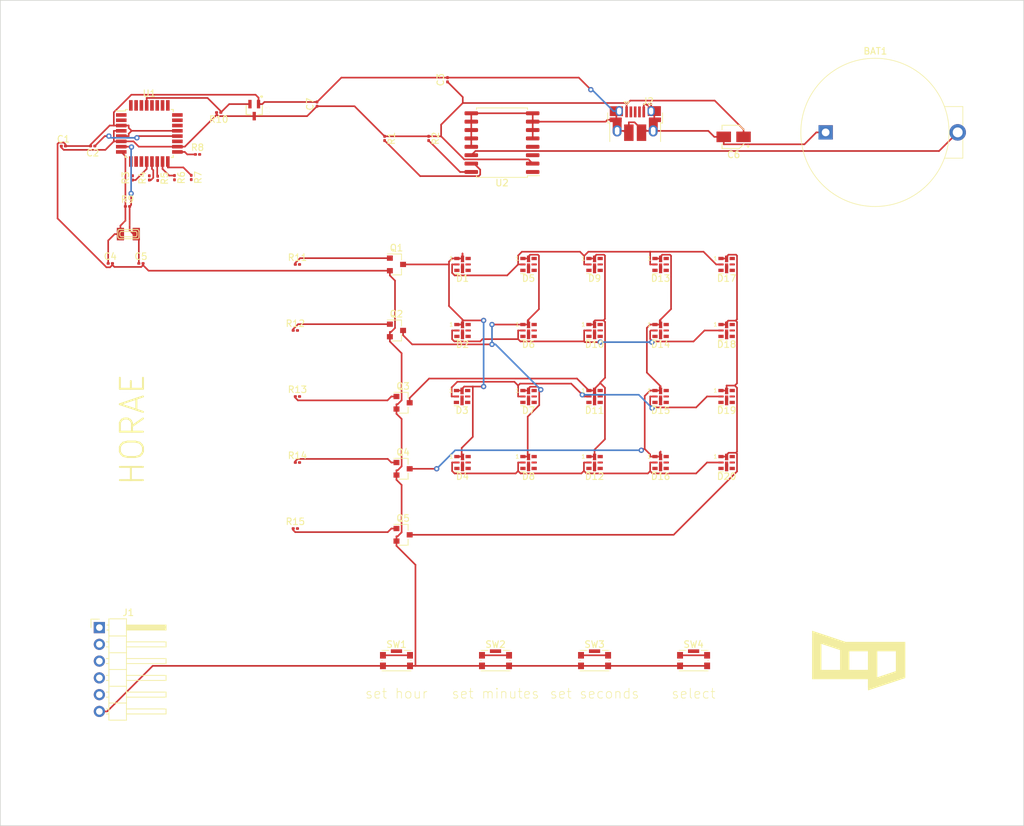
<source format=kicad_pcb>
(kicad_pcb (version 20171130) (host pcbnew 5.1.5+dfsg1-2build2)
  (layers (0 F.Cu signal) (31 B.Cu signal) (34 B.Paste user) (35 F.Paste user) (36 B.SilkS user) (37 F.SilkS user) (38 B.Mask user) (39 F.Mask user) (44 Edge.Cuts user))
  (net 0 "")
  (net 1 GND)
  (net 2 "Net-(BAT1-PadPos)")
  (net 3 VCC)
  (net 4 "Net-(C2-Pad1)")
  (net 5 "Net-(C4-Pad1)")
  (net 6 "Net-(C5-Pad1)")
  (net 7 "Net-(D1-Pad1)")
  (net 8 "Net-(D1-Pad2)")
  (net 9 "Net-(D10-Pad2)")
  (net 10 "Net-(D11-Pad2)")
  (net 11 "Net-(D12-Pad2)")
  (net 12 "Net-(D5-Pad1)")
  (net 13 "Net-(D10-Pad1)")
  (net 14 "Net-(D13-Pad1)")
  (net 15 "Net-(D17-Pad1)")
  (net 16 "Net-(J1-Pad1)")
  (net 17 VDD)
  (net 18 "Net-(J1-Pad3)")
  (net 19 "Net-(J1-Pad4)")
  (net 20 "Net-(J1-Pad5)")
  (net 21 "Net-(J2-Pad2)")
  (net 22 "Net-(J2-Pad3)")
  (net 23 "Net-(J2-Pad4)")
  (net 24 "Net-(Q1-Pad1)")
  (net 25 "Net-(Q2-Pad1)")
  (net 26 "Net-(Q3-Pad1)")
  (net 27 "Net-(Q4-Pad1)")
  (net 28 "Net-(Q5-Pad1)")
  (net 29 "Net-(R1-Pad2)")
  (net 30 "Net-(R2-Pad2)")
  (net 31 "Net-(R3-Pad2)")
  (net 32 "Net-(R3-Pad1)")
  (net 33 "Net-(R4-Pad1)")
  (net 34 "Net-(R4-Pad2)")
  (net 35 "Net-(R5-Pad2)")
  (net 36 "Net-(R5-Pad1)")
  (net 37 "Net-(R6-Pad1)")
  (net 38 "Net-(R6-Pad2)")
  (net 39 "Net-(R7-Pad2)")
  (net 40 "Net-(R7-Pad1)")
  (net 41 "Net-(R8-Pad2)")
  (net 42 "Net-(R8-Pad1)")
  (net 43 "Net-(R10-Pad1)")
  (net 44 "Net-(R11-Pad2)")
  (net 45 "Net-(R12-Pad2)")
  (net 46 "Net-(R13-Pad2)")
  (net 47 "Net-(R14-Pad2)")
  (net 48 "Net-(R15-Pad2)")
  (net 49 "Net-(SW1-Pad1)")
  (net 50 "Net-(SW2-Pad1)")
  (net 51 "Net-(SW3-Pad1)")
  (net 52 "Net-(SW4-Pad1)")
  (net 53 "Net-(U1-Pad1)")
  (net 54 "Net-(U1-Pad2)")
  (net 55 "Net-(U1-Pad9)")
  (net 56 "Net-(U1-Pad10)")
  (net 57 "Net-(U1-Pad11)")
  (net 58 "Net-(U1-Pad19)")
  (net 59 "Net-(U1-Pad22)")
  (net 60 "Net-(U1-Pad23)")
  (net 61 "Net-(U1-Pad24)")
  (net 62 "Net-(U1-Pad25)")
  (net 63 "Net-(U1-Pad26)")
  (net 64 "Net-(U1-Pad27)")
  (net 65 "Net-(U1-Pad28)")
  (net 66 "Net-(U1-Pad30)")
  (net 67 "Net-(U1-Pad31)")
  (net 68 "Net-(U1-Pad32)")
  (net 69 "Net-(U2-Pad1)")
  (net 70 "Net-(U2-Pad3)")
  (net 71 "Net-(U2-Pad4)")
  (module LED_SMD:LED-APA102-2020 (layer F.Cu) (at 230 140)
    (fp_text reference D19 (at 0 2.11) (layer F.SilkS))
    (fp_text value LED)
    (fp_text user 1 (at -1.7 -0.9) (layer F.SilkS) (effects (font (size 0.6 0.6) (thickness 0.1))))
    (pad 1 smd rect (at -0.85 -0.9) (size 0.8 0.5) (layers F.Cu F.Paste F.Mask) (net 15 "Net-(D17-Pad1)"))
    (pad 2 smd rect (at -0.85 0) (size 0.8 0.3) (layers F.Cu F.Paste F.Mask) (net 10 "Net-(D11-Pad2)"))
    (pad 3 smd rect (at -0.85 0.9) (size 0.8 0.5) (layers F.Cu F.Paste F.Mask))
    (pad 5 smd rect (at 0.85 0) (size 0.8 0.3) (layers F.Cu F.Paste F.Mask))
    (pad 4 smd rect (at 0.85 0.9) (size 0.8 0.5) (layers F.Cu F.Paste F.Mask))
    (pad 6 smd rect (at 0.85 -0.9) (size 0.8 0.5) (layers F.Cu F.Paste F.Mask))
    (pad 1 smd rect (at 0 -0.83 90) (size 1 0.5) (layers F.Cu F.Paste F.Mask) (net 15 "Net-(D17-Pad1)"))
    (pad 6 smd rect (at 0 0.59 90) (size 1.48 0.5) (layers F.Cu F.Paste F.Mask))
  )
  (module LED_SMD:LED-APA102-2020 (layer F.Cu) (at 210 150)
    (fp_text reference D12 (at 0 2.11) (layer F.SilkS))
    (fp_text value LED)
    (fp_text user 1 (at -1.7 -0.9) (layer F.SilkS) (effects (font (size 0.6 0.6) (thickness 0.1))))
    (pad 1 smd rect (at -0.85 -0.9) (size 0.8 0.5) (layers F.Cu F.Paste F.Mask) (net 13 "Net-(D10-Pad1)"))
    (pad 2 smd rect (at -0.85 0) (size 0.8 0.3) (layers F.Cu F.Paste F.Mask) (net 11 "Net-(D12-Pad2)"))
    (pad 3 smd rect (at -0.85 0.9) (size 0.8 0.5) (layers F.Cu F.Paste F.Mask))
    (pad 5 smd rect (at 0.85 0) (size 0.8 0.3) (layers F.Cu F.Paste F.Mask))
    (pad 4 smd rect (at 0.85 0.9) (size 0.8 0.5) (layers F.Cu F.Paste F.Mask))
    (pad 6 smd rect (at 0.85 -0.9) (size 0.8 0.5) (layers F.Cu F.Paste F.Mask))
    (pad 1 smd rect (at 0 -0.83 90) (size 1 0.5) (layers F.Cu F.Paste F.Mask) (net 13 "Net-(D10-Pad1)"))
    (pad 6 smd rect (at 0 0.59 90) (size 1.48 0.5) (layers F.Cu F.Paste F.Mask))
  )
  (module LED_SMD:LED-APA102-2020 (layer F.Cu) (at 220 140)
    (fp_text reference D15 (at 0 2.11) (layer F.SilkS))
    (fp_text value LED)
    (fp_text user 1 (at -1.7 -0.9) (layer F.SilkS) (effects (font (size 0.6 0.6) (thickness 0.1))))
    (pad 6 smd rect (at 0 0.59 90) (size 1.48 0.5) (layers F.Cu F.Paste F.Mask))
    (pad 1 smd rect (at 0 -0.83 90) (size 1 0.5) (layers F.Cu F.Paste F.Mask) (net 14 "Net-(D13-Pad1)"))
    (pad 6 smd rect (at 0.85 -0.9) (size 0.8 0.5) (layers F.Cu F.Paste F.Mask))
    (pad 4 smd rect (at 0.85 0.9) (size 0.8 0.5) (layers F.Cu F.Paste F.Mask))
    (pad 5 smd rect (at 0.85 0) (size 0.8 0.3) (layers F.Cu F.Paste F.Mask))
    (pad 3 smd rect (at -0.85 0.9) (size 0.8 0.5) (layers F.Cu F.Paste F.Mask))
    (pad 2 smd rect (at -0.85 0) (size 0.8 0.3) (layers F.Cu F.Paste F.Mask) (net 10 "Net-(D11-Pad2)"))
    (pad 1 smd rect (at -0.85 -0.9) (size 0.8 0.5) (layers F.Cu F.Paste F.Mask) (net 14 "Net-(D13-Pad1)"))
  )
  (module Package_TO_SOT_SMD:SOT-23 (layer F.Cu) (at 181 150.95)
    (fp_text reference Q4 (at 0 -2.5) (layer F.SilkS))
    (fp_text value BC817)
    (pad 1 smd rect (at -1 -0.95) (size 0.9 0.8) (layers F.Cu F.Paste F.Mask) (net 27 "Net-(Q4-Pad1)"))
    (pad 2 smd rect (at -1 0.95) (size 0.9 0.8) (layers F.Cu F.Paste F.Mask) (net 1 GND))
    (pad 3 smd rect (at 1 0) (size 0.9 0.8) (layers F.Cu F.Paste F.Mask) (net 14 "Net-(D13-Pad1)"))
  )
  (module Package_TO_SOT_SMD:SOT-23 (layer F.Cu) (at 181 140.95)
    (fp_text reference Q3 (at 0 -2.5) (layer F.SilkS))
    (fp_text value BC817)
    (pad 3 smd rect (at 1 0) (size 0.9 0.8) (layers F.Cu F.Paste F.Mask) (net 13 "Net-(D10-Pad1)"))
    (pad 2 smd rect (at -1 0.95) (size 0.9 0.8) (layers F.Cu F.Paste F.Mask) (net 1 GND))
    (pad 1 smd rect (at -1 -0.95) (size 0.9 0.8) (layers F.Cu F.Paste F.Mask) (net 26 "Net-(Q3-Pad1)"))
  )
  (module LED_SMD:LED-APA102-2020 (layer F.Cu) (at 210 140)
    (fp_text reference D11 (at 0 2.11) (layer F.SilkS))
    (fp_text value LED)
    (fp_text user 1 (at -1.7 -0.9) (layer F.SilkS) (effects (font (size 0.6 0.6) (thickness 0.1))))
    (pad 6 smd rect (at 0 0.59 90) (size 1.48 0.5) (layers F.Cu F.Paste F.Mask))
    (pad 1 smd rect (at 0 -0.83 90) (size 1 0.5) (layers F.Cu F.Paste F.Mask) (net 13 "Net-(D10-Pad1)"))
    (pad 6 smd rect (at 0.85 -0.9) (size 0.8 0.5) (layers F.Cu F.Paste F.Mask))
    (pad 4 smd rect (at 0.85 0.9) (size 0.8 0.5) (layers F.Cu F.Paste F.Mask))
    (pad 5 smd rect (at 0.85 0) (size 0.8 0.3) (layers F.Cu F.Paste F.Mask))
    (pad 3 smd rect (at -0.85 0.9) (size 0.8 0.5) (layers F.Cu F.Paste F.Mask))
    (pad 2 smd rect (at -0.85 0) (size 0.8 0.3) (layers F.Cu F.Paste F.Mask) (net 10 "Net-(D11-Pad2)"))
    (pad 1 smd rect (at -0.85 -0.9) (size 0.8 0.5) (layers F.Cu F.Paste F.Mask) (net 13 "Net-(D10-Pad1)"))
  )
  (module LED_SMD:LED-APA102-2020 (layer F.Cu) (at 189.931 140)
    (fp_text reference D3 (at 0 2.11) (layer F.SilkS))
    (fp_text value LED)
    (fp_text user 1 (at -1.7 -0.9) (layer F.SilkS) (effects (font (size 0.6 0.6) (thickness 0.1))))
    (pad 6 smd rect (at 0 0.59 90) (size 1.48 0.5) (layers F.Cu F.Paste F.Mask))
    (pad 1 smd rect (at 0 -0.83 90) (size 1 0.5) (layers F.Cu F.Paste F.Mask) (net 7 "Net-(D1-Pad1)"))
    (pad 6 smd rect (at 0.85 -0.9) (size 0.8 0.5) (layers F.Cu F.Paste F.Mask))
    (pad 4 smd rect (at 0.85 0.9) (size 0.8 0.5) (layers F.Cu F.Paste F.Mask))
    (pad 5 smd rect (at 0.85 0) (size 0.8 0.3) (layers F.Cu F.Paste F.Mask))
    (pad 3 smd rect (at -0.85 0.9) (size 0.8 0.5) (layers F.Cu F.Paste F.Mask))
    (pad 2 smd rect (at -0.85 0) (size 0.8 0.3) (layers F.Cu F.Paste F.Mask) (net 10 "Net-(D11-Pad2)"))
    (pad 1 smd rect (at -0.85 -0.9) (size 0.8 0.5) (layers F.Cu F.Paste F.Mask) (net 7 "Net-(D1-Pad1)"))
  )
  (module LED_SMD:LED-APA102-2020 (layer F.Cu) (at 230 150)
    (fp_text reference D20 (at 0 2.11) (layer F.SilkS))
    (fp_text value LED)
    (fp_text user 1 (at -1.7 -0.9) (layer F.SilkS) (effects (font (size 0.6 0.6) (thickness 0.1))))
    (pad 1 smd rect (at -0.85 -0.9) (size 0.8 0.5) (layers F.Cu F.Paste F.Mask) (net 15 "Net-(D17-Pad1)"))
    (pad 2 smd rect (at -0.85 0) (size 0.8 0.3) (layers F.Cu F.Paste F.Mask) (net 11 "Net-(D12-Pad2)"))
    (pad 3 smd rect (at -0.85 0.9) (size 0.8 0.5) (layers F.Cu F.Paste F.Mask))
    (pad 5 smd rect (at 0.85 0) (size 0.8 0.3) (layers F.Cu F.Paste F.Mask))
    (pad 4 smd rect (at 0.85 0.9) (size 0.8 0.5) (layers F.Cu F.Paste F.Mask))
    (pad 6 smd rect (at 0.85 -0.9) (size 0.8 0.5) (layers F.Cu F.Paste F.Mask))
    (pad 1 smd rect (at 0 -0.83 90) (size 1 0.5) (layers F.Cu F.Paste F.Mask) (net 15 "Net-(D17-Pad1)"))
    (pad 6 smd rect (at 0 0.59 90) (size 1.48 0.5) (layers F.Cu F.Paste F.Mask))
  )
  (module LED_SMD:LED-APA102-2020 (layer F.Cu) (at 220 150)
    (fp_text reference D16 (at 0 2.11) (layer F.SilkS))
    (fp_text value LED)
    (fp_text user 1 (at -1.7 -0.9) (layer F.SilkS) (effects (font (size 0.6 0.6) (thickness 0.1))))
    (pad 6 smd rect (at 0 0.59 90) (size 1.48 0.5) (layers F.Cu F.Paste F.Mask))
    (pad 1 smd rect (at 0 -0.83 90) (size 1 0.5) (layers F.Cu F.Paste F.Mask) (net 14 "Net-(D13-Pad1)"))
    (pad 6 smd rect (at 0.85 -0.9) (size 0.8 0.5) (layers F.Cu F.Paste F.Mask))
    (pad 4 smd rect (at 0.85 0.9) (size 0.8 0.5) (layers F.Cu F.Paste F.Mask))
    (pad 5 smd rect (at 0.85 0) (size 0.8 0.3) (layers F.Cu F.Paste F.Mask))
    (pad 3 smd rect (at -0.85 0.9) (size 0.8 0.5) (layers F.Cu F.Paste F.Mask))
    (pad 2 smd rect (at -0.85 0) (size 0.8 0.3) (layers F.Cu F.Paste F.Mask) (net 11 "Net-(D12-Pad2)"))
    (pad 1 smd rect (at -0.85 -0.9) (size 0.8 0.5) (layers F.Cu F.Paste F.Mask) (net 14 "Net-(D13-Pad1)"))
  )
  (module LED_SMD:LED-APA102-2020 (layer F.Cu) (at 200 130.003)
    (fp_text reference D6 (at 0 2.11) (layer F.SilkS))
    (fp_text value LED)
    (fp_text user 1 (at -1.7 -0.9) (layer F.SilkS) (effects (font (size 0.6 0.6) (thickness 0.1))))
    (pad 1 smd rect (at -0.85 -0.9) (size 0.8 0.5) (layers F.Cu F.Paste F.Mask) (net 12 "Net-(D5-Pad1)"))
    (pad 2 smd rect (at -0.85 0) (size 0.8 0.3) (layers F.Cu F.Paste F.Mask) (net 9 "Net-(D10-Pad2)"))
    (pad 3 smd rect (at -0.85 0.9) (size 0.8 0.5) (layers F.Cu F.Paste F.Mask))
    (pad 5 smd rect (at 0.85 0) (size 0.8 0.3) (layers F.Cu F.Paste F.Mask))
    (pad 4 smd rect (at 0.85 0.9) (size 0.8 0.5) (layers F.Cu F.Paste F.Mask))
    (pad 6 smd rect (at 0.85 -0.9) (size 0.8 0.5) (layers F.Cu F.Paste F.Mask))
    (pad 1 smd rect (at 0 -0.83 90) (size 1 0.5) (layers F.Cu F.Paste F.Mask) (net 12 "Net-(D5-Pad1)"))
    (pad 6 smd rect (at 0 0.59 90) (size 1.48 0.5) (layers F.Cu F.Paste F.Mask))
  )
  (module LED_SMD:LED-APA102-2020 (layer F.Cu) (at 200 120)
    (fp_text reference D5 (at 0 2.11) (layer F.SilkS))
    (fp_text value LED)
    (fp_text user 1 (at -1.7 -0.9) (layer F.SilkS) (effects (font (size 0.6 0.6) (thickness 0.1))))
    (pad 6 smd rect (at 0 0.59 90) (size 1.48 0.5) (layers F.Cu F.Paste F.Mask))
    (pad 1 smd rect (at 0 -0.83 90) (size 1 0.5) (layers F.Cu F.Paste F.Mask) (net 12 "Net-(D5-Pad1)"))
    (pad 6 smd rect (at 0.85 -0.9) (size 0.8 0.5) (layers F.Cu F.Paste F.Mask))
    (pad 4 smd rect (at 0.85 0.9) (size 0.8 0.5) (layers F.Cu F.Paste F.Mask))
    (pad 5 smd rect (at 0.85 0) (size 0.8 0.3) (layers F.Cu F.Paste F.Mask))
    (pad 3 smd rect (at -0.85 0.9) (size 0.8 0.5) (layers F.Cu F.Paste F.Mask))
    (pad 2 smd rect (at -0.85 0) (size 0.8 0.3) (layers F.Cu F.Paste F.Mask) (net 8 "Net-(D1-Pad2)"))
    (pad 1 smd rect (at -0.85 -0.9) (size 0.8 0.5) (layers F.Cu F.Paste F.Mask) (net 12 "Net-(D5-Pad1)"))
  )
  (module LED_SMD:LED-APA102-2020 (layer F.Cu) (at 230 130.003)
    (fp_text reference D18 (at 0 2.11) (layer F.SilkS))
    (fp_text value LED)
    (fp_text user 1 (at -1.7 -0.9) (layer F.SilkS) (effects (font (size 0.6 0.6) (thickness 0.1))))
    (pad 6 smd rect (at 0 0.59 90) (size 1.48 0.5) (layers F.Cu F.Paste F.Mask))
    (pad 1 smd rect (at 0 -0.83 90) (size 1 0.5) (layers F.Cu F.Paste F.Mask) (net 15 "Net-(D17-Pad1)"))
    (pad 6 smd rect (at 0.85 -0.9) (size 0.8 0.5) (layers F.Cu F.Paste F.Mask))
    (pad 4 smd rect (at 0.85 0.9) (size 0.8 0.5) (layers F.Cu F.Paste F.Mask))
    (pad 5 smd rect (at 0.85 0) (size 0.8 0.3) (layers F.Cu F.Paste F.Mask))
    (pad 3 smd rect (at -0.85 0.9) (size 0.8 0.5) (layers F.Cu F.Paste F.Mask))
    (pad 2 smd rect (at -0.85 0) (size 0.8 0.3) (layers F.Cu F.Paste F.Mask) (net 9 "Net-(D10-Pad2)"))
    (pad 1 smd rect (at -0.85 -0.9) (size 0.8 0.5) (layers F.Cu F.Paste F.Mask) (net 15 "Net-(D17-Pad1)"))
  )
  (module LED_SMD:LED-APA102-2020 (layer F.Cu) (at 190 150)
    (fp_text reference D4 (at 0 2.11) (layer F.SilkS))
    (fp_text value LED)
    (fp_text user 1 (at -1.7 -0.9) (layer F.SilkS) (effects (font (size 0.6 0.6) (thickness 0.1))))
    (pad 1 smd rect (at -0.85 -0.9) (size 0.8 0.5) (layers F.Cu F.Paste F.Mask) (net 7 "Net-(D1-Pad1)"))
    (pad 2 smd rect (at -0.85 0) (size 0.8 0.3) (layers F.Cu F.Paste F.Mask) (net 11 "Net-(D12-Pad2)"))
    (pad 3 smd rect (at -0.85 0.9) (size 0.8 0.5) (layers F.Cu F.Paste F.Mask))
    (pad 5 smd rect (at 0.85 0) (size 0.8 0.3) (layers F.Cu F.Paste F.Mask))
    (pad 4 smd rect (at 0.85 0.9) (size 0.8 0.5) (layers F.Cu F.Paste F.Mask))
    (pad 6 smd rect (at 0.85 -0.9) (size 0.8 0.5) (layers F.Cu F.Paste F.Mask))
    (pad 1 smd rect (at 0 -0.83 90) (size 1 0.5) (layers F.Cu F.Paste F.Mask) (net 7 "Net-(D1-Pad1)"))
    (pad 6 smd rect (at 0 0.59 90) (size 1.48 0.5) (layers F.Cu F.Paste F.Mask))
  )
  (module Package_TO_SOT_SMD:SOT-23 (layer F.Cu) (at 180 130)
    (fp_text reference Q2 (at 0 -2.5) (layer F.SilkS))
    (fp_text value BC817)
    (pad 1 smd rect (at -1 -0.95) (size 0.9 0.8) (layers F.Cu F.Paste F.Mask) (net 25 "Net-(Q2-Pad1)"))
    (pad 2 smd rect (at -1 0.95) (size 0.9 0.8) (layers F.Cu F.Paste F.Mask) (net 1 GND))
    (pad 3 smd rect (at 1 0) (size 0.9 0.8) (layers F.Cu F.Paste F.Mask) (net 12 "Net-(D5-Pad1)"))
  )
  (module LED_SMD:LED-APA102-2020 (layer F.Cu) (at 200 150)
    (fp_text reference D8 (at 0 2.11) (layer F.SilkS))
    (fp_text value LED)
    (fp_text user 1 (at -1.7 -0.9) (layer F.SilkS) (effects (font (size 0.6 0.6) (thickness 0.1))))
    (pad 6 smd rect (at 0 0.59 90) (size 1.48 0.5) (layers F.Cu F.Paste F.Mask))
    (pad 1 smd rect (at 0 -0.83 90) (size 1 0.5) (layers F.Cu F.Paste F.Mask) (net 12 "Net-(D5-Pad1)"))
    (pad 6 smd rect (at 0.85 -0.9) (size 0.8 0.5) (layers F.Cu F.Paste F.Mask))
    (pad 4 smd rect (at 0.85 0.9) (size 0.8 0.5) (layers F.Cu F.Paste F.Mask))
    (pad 5 smd rect (at 0.85 0) (size 0.8 0.3) (layers F.Cu F.Paste F.Mask))
    (pad 3 smd rect (at -0.85 0.9) (size 0.8 0.5) (layers F.Cu F.Paste F.Mask))
    (pad 2 smd rect (at -0.85 0) (size 0.8 0.3) (layers F.Cu F.Paste F.Mask) (net 11 "Net-(D12-Pad2)"))
    (pad 1 smd rect (at -0.85 -0.9) (size 0.8 0.5) (layers F.Cu F.Paste F.Mask) (net 12 "Net-(D5-Pad1)"))
  )
  (module LED_SMD:LED-APA102-2020 (layer F.Cu) (at 230 120)
    (fp_text reference D17 (at 0 2.11) (layer F.SilkS))
    (fp_text value LED)
    (fp_text user 1 (at -1.7 -0.9) (layer F.SilkS) (effects (font (size 0.6 0.6) (thickness 0.1))))
    (pad 1 smd rect (at -0.85 -0.9) (size 0.8 0.5) (layers F.Cu F.Paste F.Mask) (net 15 "Net-(D17-Pad1)"))
    (pad 2 smd rect (at -0.85 0) (size 0.8 0.3) (layers F.Cu F.Paste F.Mask) (net 8 "Net-(D1-Pad2)"))
    (pad 3 smd rect (at -0.85 0.9) (size 0.8 0.5) (layers F.Cu F.Paste F.Mask))
    (pad 5 smd rect (at 0.85 0) (size 0.8 0.3) (layers F.Cu F.Paste F.Mask))
    (pad 4 smd rect (at 0.85 0.9) (size 0.8 0.5) (layers F.Cu F.Paste F.Mask))
    (pad 6 smd rect (at 0.85 -0.9) (size 0.8 0.5) (layers F.Cu F.Paste F.Mask))
    (pad 1 smd rect (at 0 -0.83 90) (size 1 0.5) (layers F.Cu F.Paste F.Mask) (net 15 "Net-(D17-Pad1)"))
    (pad 6 smd rect (at 0 0.59 90) (size 1.48 0.5) (layers F.Cu F.Paste F.Mask))
  )
  (module Package_TO_SOT_SMD:SOT-23 (layer F.Cu) (at 180 120)
    (fp_text reference Q1 (at 0 -2.5) (layer F.SilkS))
    (fp_text value BC817)
    (pad 1 smd rect (at -1 -0.95) (size 0.9 0.8) (layers F.Cu F.Paste F.Mask) (net 24 "Net-(Q1-Pad1)"))
    (pad 2 smd rect (at -1 0.95) (size 0.9 0.8) (layers F.Cu F.Paste F.Mask) (net 1 GND))
    (pad 3 smd rect (at 1 0) (size 0.9 0.8) (layers F.Cu F.Paste F.Mask) (net 7 "Net-(D1-Pad1)"))
  )
  (module LED_SMD:LED-APA102-2020 (layer F.Cu) (at 220 130.003)
    (fp_text reference D14 (at 0 2.11) (layer F.SilkS))
    (fp_text value LED)
    (fp_text user 1 (at -1.7 -0.9) (layer F.SilkS) (effects (font (size 0.6 0.6) (thickness 0.1))))
    (pad 1 smd rect (at -0.85 -0.9) (size 0.8 0.5) (layers F.Cu F.Paste F.Mask) (net 14 "Net-(D13-Pad1)"))
    (pad 2 smd rect (at -0.85 0) (size 0.8 0.3) (layers F.Cu F.Paste F.Mask) (net 9 "Net-(D10-Pad2)"))
    (pad 3 smd rect (at -0.85 0.9) (size 0.8 0.5) (layers F.Cu F.Paste F.Mask))
    (pad 5 smd rect (at 0.85 0) (size 0.8 0.3) (layers F.Cu F.Paste F.Mask))
    (pad 4 smd rect (at 0.85 0.9) (size 0.8 0.5) (layers F.Cu F.Paste F.Mask))
    (pad 6 smd rect (at 0.85 -0.9) (size 0.8 0.5) (layers F.Cu F.Paste F.Mask))
    (pad 1 smd rect (at 0 -0.83 90) (size 1 0.5) (layers F.Cu F.Paste F.Mask) (net 14 "Net-(D13-Pad1)"))
    (pad 6 smd rect (at 0 0.59 90) (size 1.48 0.5) (layers F.Cu F.Paste F.Mask))
  )
  (module Button_Switch_SMD:SW_Push_1P1T-SH_NO_CK_KMR2xxG (layer F.Cu) (at 180 180)
    (fp_text reference SW1 (at 0 -2.45) (layer F.SilkS))
    (fp_text value SW_Push)
    (pad 2 smd rect (at 2.05 0.8) (size 0.9 1) (layers F.Cu F.Paste F.Mask) (net 1 GND))
    (pad 1 smd rect (at 2.05 -0.8) (size 0.9 1) (layers F.Cu F.Paste F.Mask) (net 49 "Net-(SW1-Pad1)"))
    (pad 2 smd rect (at -2.05 0.8) (size 0.9 1) (layers F.Cu F.Paste F.Mask) (net 1 GND))
    (pad 1 smd rect (at -2.05 -0.8) (size 0.9 1) (layers F.Cu F.Paste F.Mask) (net 49 "Net-(SW1-Pad1)"))
    (pad SH smd rect (at 0 -1.425) (size 1.7 0.55) (layers F.Cu F.Paste F.Mask))
  )
  (module Button_Switch_SMD:SW_Push_1P1T-SH_NO_CK_KMR2xxG (layer F.Cu) (at 195 180)
    (fp_text reference SW2 (at 0 -2.45) (layer F.SilkS))
    (fp_text value SW_Push)
    (pad SH smd rect (at 0 -1.425) (size 1.7 0.55) (layers F.Cu F.Paste F.Mask))
    (pad 1 smd rect (at -2.05 -0.8) (size 0.9 1) (layers F.Cu F.Paste F.Mask) (net 50 "Net-(SW2-Pad1)"))
    (pad 2 smd rect (at -2.05 0.8) (size 0.9 1) (layers F.Cu F.Paste F.Mask) (net 1 GND))
    (pad 1 smd rect (at 2.05 -0.8) (size 0.9 1) (layers F.Cu F.Paste F.Mask) (net 50 "Net-(SW2-Pad1)"))
    (pad 2 smd rect (at 2.05 0.8) (size 0.9 1) (layers F.Cu F.Paste F.Mask) (net 1 GND))
  )
  (module Button_Switch_SMD:SW_Push_1P1T-SH_NO_CK_KMR2xxG (layer F.Cu) (at 210 180)
    (fp_text reference SW3 (at 0 -2.45) (layer F.SilkS))
    (fp_text value SW_Push)
    (pad SH smd rect (at 0 -1.425) (size 1.7 0.55) (layers F.Cu F.Paste F.Mask))
    (pad 1 smd rect (at -2.05 -0.8) (size 0.9 1) (layers F.Cu F.Paste F.Mask) (net 51 "Net-(SW3-Pad1)"))
    (pad 2 smd rect (at -2.05 0.8) (size 0.9 1) (layers F.Cu F.Paste F.Mask) (net 1 GND))
    (pad 1 smd rect (at 2.05 -0.8) (size 0.9 1) (layers F.Cu F.Paste F.Mask) (net 51 "Net-(SW3-Pad1)"))
    (pad 2 smd rect (at 2.05 0.8) (size 0.9 1) (layers F.Cu F.Paste F.Mask) (net 1 GND))
  )
  (module Button_Switch_SMD:SW_Push_1P1T-SH_NO_CK_KMR2xxG (layer F.Cu) (at 225 180)
    (fp_text reference SW4 (at 0 -2.45) (layer F.SilkS))
    (fp_text value SW_Push)
    (pad 2 smd rect (at 2.05 0.8) (size 0.9 1) (layers F.Cu F.Paste F.Mask) (net 1 GND))
    (pad 1 smd rect (at 2.05 -0.8) (size 0.9 1) (layers F.Cu F.Paste F.Mask) (net 52 "Net-(SW4-Pad1)"))
    (pad 2 smd rect (at -2.05 0.8) (size 0.9 1) (layers F.Cu F.Paste F.Mask) (net 1 GND))
    (pad 1 smd rect (at -2.05 -0.8) (size 0.9 1) (layers F.Cu F.Paste F.Mask) (net 52 "Net-(SW4-Pad1)"))
    (pad SH smd rect (at 0 -1.425) (size 1.7 0.55) (layers F.Cu F.Paste F.Mask))
  )
  (module LED_SMD:LED-APA102-2020 (layer F.Cu) (at 220 120)
    (fp_text reference D13 (at 0 2.11) (layer F.SilkS))
    (fp_text value LED)
    (fp_text user 1 (at -1.7 -0.9) (layer F.SilkS) (effects (font (size 0.6 0.6) (thickness 0.1))))
    (pad 6 smd rect (at 0 0.59 90) (size 1.48 0.5) (layers F.Cu F.Paste F.Mask))
    (pad 1 smd rect (at 0 -0.83 90) (size 1 0.5) (layers F.Cu F.Paste F.Mask) (net 14 "Net-(D13-Pad1)"))
    (pad 6 smd rect (at 0.85 -0.9) (size 0.8 0.5) (layers F.Cu F.Paste F.Mask))
    (pad 4 smd rect (at 0.85 0.9) (size 0.8 0.5) (layers F.Cu F.Paste F.Mask))
    (pad 5 smd rect (at 0.85 0) (size 0.8 0.3) (layers F.Cu F.Paste F.Mask))
    (pad 3 smd rect (at -0.85 0.9) (size 0.8 0.5) (layers F.Cu F.Paste F.Mask))
    (pad 2 smd rect (at -0.85 0) (size 0.8 0.3) (layers F.Cu F.Paste F.Mask) (net 8 "Net-(D1-Pad2)"))
    (pad 1 smd rect (at -0.85 -0.9) (size 0.8 0.5) (layers F.Cu F.Paste F.Mask) (net 14 "Net-(D13-Pad1)"))
  )
  (module LED_SMD:LED-APA102-2020 (layer F.Cu) (at 210 120)
    (fp_text reference D9 (at 0 2.11) (layer F.SilkS))
    (fp_text value LED)
    (fp_text user 1 (at -1.7 -0.9) (layer F.SilkS) (effects (font (size 0.6 0.6) (thickness 0.1))))
    (pad 1 smd rect (at -0.85 -0.9) (size 0.8 0.5) (layers F.Cu F.Paste F.Mask) (net 13 "Net-(D10-Pad1)"))
    (pad 2 smd rect (at -0.85 0) (size 0.8 0.3) (layers F.Cu F.Paste F.Mask) (net 8 "Net-(D1-Pad2)"))
    (pad 3 smd rect (at -0.85 0.9) (size 0.8 0.5) (layers F.Cu F.Paste F.Mask))
    (pad 5 smd rect (at 0.85 0) (size 0.8 0.3) (layers F.Cu F.Paste F.Mask))
    (pad 4 smd rect (at 0.85 0.9) (size 0.8 0.5) (layers F.Cu F.Paste F.Mask))
    (pad 6 smd rect (at 0.85 -0.9) (size 0.8 0.5) (layers F.Cu F.Paste F.Mask))
    (pad 1 smd rect (at 0 -0.83 90) (size 1 0.5) (layers F.Cu F.Paste F.Mask) (net 13 "Net-(D10-Pad1)"))
    (pad 6 smd rect (at 0 0.59 90) (size 1.48 0.5) (layers F.Cu F.Paste F.Mask))
  )
  (module LED_SMD:LED-APA102-2020 (layer F.Cu) (at 200 140)
    (fp_text reference D7 (at 0 2.11) (layer F.SilkS))
    (fp_text value LED)
    (fp_text user 1 (at -1.7 -0.9) (layer F.SilkS) (effects (font (size 0.6 0.6) (thickness 0.1))))
    (pad 1 smd rect (at -0.85 -0.9) (size 0.8 0.5) (layers F.Cu F.Paste F.Mask) (net 12 "Net-(D5-Pad1)"))
    (pad 2 smd rect (at -0.85 0) (size 0.8 0.3) (layers F.Cu F.Paste F.Mask) (net 10 "Net-(D11-Pad2)"))
    (pad 3 smd rect (at -0.85 0.9) (size 0.8 0.5) (layers F.Cu F.Paste F.Mask))
    (pad 5 smd rect (at 0.85 0) (size 0.8 0.3) (layers F.Cu F.Paste F.Mask))
    (pad 4 smd rect (at 0.85 0.9) (size 0.8 0.5) (layers F.Cu F.Paste F.Mask))
    (pad 6 smd rect (at 0.85 -0.9) (size 0.8 0.5) (layers F.Cu F.Paste F.Mask))
    (pad 1 smd rect (at 0 -0.83 90) (size 1 0.5) (layers F.Cu F.Paste F.Mask) (net 12 "Net-(D5-Pad1)"))
    (pad 6 smd rect (at 0 0.59 90) (size 1.48 0.5) (layers F.Cu F.Paste F.Mask))
  )
  (module Resistor_SMD:R_0201_0603Metric (layer F.Cu) (at 165 120)
    (fp_text reference R11 (at 0 -1.05) (layer F.SilkS))
    (fp_text value R)
    (pad 1 smd roundrect (at -0.32 0) (size 0.46 0.4) (layers F.Cu F.Mask) (net 24 "Net-(Q1-Pad1)"))
    (pad 2 smd roundrect (at 0.32 0) (size 0.46 0.4) (layers F.Cu F.Mask) (net 44 "Net-(R11-Pad2)"))
  )
  (module Resistor_SMD:R_0201_0603Metric (layer F.Cu) (at 164.68 130)
    (fp_text reference R12 (at 0 -1.05) (layer F.SilkS))
    (fp_text value R)
    (pad 2 smd roundrect (at 0.32 0) (size 0.46 0.4) (layers F.Cu F.Mask) (net 45 "Net-(R12-Pad2)"))
    (pad 1 smd roundrect (at -0.32 0) (size 0.46 0.4) (layers F.Cu F.Mask) (net 25 "Net-(Q2-Pad1)"))
  )
  (module Resistor_SMD:R_0201_0603Metric (layer F.Cu) (at 165 140)
    (fp_text reference R13 (at 0 -1.05) (layer F.SilkS))
    (fp_text value R)
    (pad 1 smd roundrect (at -0.32 0) (size 0.46 0.4) (layers F.Cu F.Mask) (net 26 "Net-(Q3-Pad1)"))
    (pad 2 smd roundrect (at 0.32 0) (size 0.46 0.4) (layers F.Cu F.Mask) (net 46 "Net-(R13-Pad2)"))
  )
  (module Resistor_SMD:R_0201_0603Metric (layer F.Cu) (at 165 150)
    (fp_text reference R14 (at 0 -1.05) (layer F.SilkS))
    (fp_text value R)
    (pad 2 smd roundrect (at 0.32 0) (size 0.46 0.4) (layers F.Cu F.Mask) (net 47 "Net-(R14-Pad2)"))
    (pad 1 smd roundrect (at -0.32 0) (size 0.46 0.4) (layers F.Cu F.Mask) (net 27 "Net-(Q4-Pad1)"))
  )
  (module Resistor_SMD:R_0201_0603Metric (layer F.Cu) (at 164.68 160)
    (fp_text reference R15 (at 0 -1.05) (layer F.SilkS))
    (fp_text value R)
    (pad 1 smd roundrect (at -0.32 0) (size 0.46 0.4) (layers F.Cu F.Mask) (net 28 "Net-(Q5-Pad1)"))
    (pad 2 smd roundrect (at 0.32 0) (size 0.46 0.4) (layers F.Cu F.Mask) (net 48 "Net-(R15-Pad2)"))
  )
  (module LED_SMD:LED-APA102-2020 (layer F.Cu) (at 190 130.003)
    (fp_text reference D2 (at 0 2.11) (layer F.SilkS))
    (fp_text value LED)
    (fp_text user 1 (at -1.7 -0.9) (layer F.SilkS) (effects (font (size 0.6 0.6) (thickness 0.1))))
    (pad 6 smd rect (at 0 0.59 90) (size 1.48 0.5) (layers F.Cu F.Paste F.Mask))
    (pad 1 smd rect (at 0 -0.83 90) (size 1 0.5) (layers F.Cu F.Paste F.Mask) (net 7 "Net-(D1-Pad1)"))
    (pad 6 smd rect (at 0.85 -0.9) (size 0.8 0.5) (layers F.Cu F.Paste F.Mask))
    (pad 4 smd rect (at 0.85 0.9) (size 0.8 0.5) (layers F.Cu F.Paste F.Mask))
    (pad 5 smd rect (at 0.85 0) (size 0.8 0.3) (layers F.Cu F.Paste F.Mask))
    (pad 3 smd rect (at -0.85 0.9) (size 0.8 0.5) (layers F.Cu F.Paste F.Mask))
    (pad 2 smd rect (at -0.85 0) (size 0.8 0.3) (layers F.Cu F.Paste F.Mask) (net 9 "Net-(D10-Pad2)"))
    (pad 1 smd rect (at -0.85 -0.9) (size 0.8 0.5) (layers F.Cu F.Paste F.Mask) (net 7 "Net-(D1-Pad1)"))
  )
  (module LED_SMD:LED-APA102-2020 (layer F.Cu) (at 210 130)
    (fp_text reference D10 (at 0 2.11) (layer F.SilkS))
    (fp_text value LED)
    (fp_text user 1 (at -1.7 -0.9) (layer F.SilkS) (effects (font (size 0.6 0.6) (thickness 0.1))))
    (pad 6 smd rect (at 0 0.59 90) (size 1.48 0.5) (layers F.Cu F.Paste F.Mask))
    (pad 1 smd rect (at 0 -0.83 90) (size 1 0.5) (layers F.Cu F.Paste F.Mask) (net 13 "Net-(D10-Pad1)"))
    (pad 6 smd rect (at 0.85 -0.9) (size 0.8 0.5) (layers F.Cu F.Paste F.Mask))
    (pad 4 smd rect (at 0.85 0.9) (size 0.8 0.5) (layers F.Cu F.Paste F.Mask))
    (pad 5 smd rect (at 0.85 0) (size 0.8 0.3) (layers F.Cu F.Paste F.Mask))
    (pad 3 smd rect (at -0.85 0.9) (size 0.8 0.5) (layers F.Cu F.Paste F.Mask))
    (pad 2 smd rect (at -0.85 0) (size 0.8 0.3) (layers F.Cu F.Paste F.Mask) (net 9 "Net-(D10-Pad2)"))
    (pad 1 smd rect (at -0.85 -0.9) (size 0.8 0.5) (layers F.Cu F.Paste F.Mask) (net 13 "Net-(D10-Pad1)"))
  )
  (module Package_TO_SOT_SMD:SOT-23 (layer F.Cu) (at 181 160.95)
    (fp_text reference Q5 (at 0 -2.5) (layer F.SilkS))
    (fp_text value BC817)
    (pad 3 smd rect (at 1 0) (size 0.9 0.8) (layers F.Cu F.Paste F.Mask) (net 15 "Net-(D17-Pad1)"))
    (pad 2 smd rect (at -1 0.95) (size 0.9 0.8) (layers F.Cu F.Paste F.Mask) (net 1 GND))
    (pad 1 smd rect (at -1 -0.95) (size 0.9 0.8) (layers F.Cu F.Paste F.Mask) (net 28 "Net-(Q5-Pad1)"))
  )
  (module LED_SMD:LED-APA102-2020 (layer F.Cu) (at 190 120)
    (fp_text reference D1 (at 0 2.11) (layer F.SilkS))
    (fp_text value LED)
    (fp_text user 1 (at -1.7 -0.9) (layer F.SilkS) (effects (font (size 0.6 0.6) (thickness 0.1))))
    (pad 1 smd rect (at -0.85 -0.9) (size 0.8 0.5) (layers F.Cu F.Paste F.Mask) (net 7 "Net-(D1-Pad1)"))
    (pad 2 smd rect (at -0.85 0) (size 0.8 0.3) (layers F.Cu F.Paste F.Mask) (net 8 "Net-(D1-Pad2)"))
    (pad 3 smd rect (at -0.85 0.9) (size 0.8 0.5) (layers F.Cu F.Paste F.Mask))
    (pad 5 smd rect (at 0.85 0) (size 0.8 0.3) (layers F.Cu F.Paste F.Mask))
    (pad 4 smd rect (at 0.85 0.9) (size 0.8 0.5) (layers F.Cu F.Paste F.Mask))
    (pad 6 smd rect (at 0.85 -0.9) (size 0.8 0.5) (layers F.Cu F.Paste F.Mask))
    (pad 1 smd rect (at 0 -0.83 90) (size 1 0.5) (layers F.Cu F.Paste F.Mask) (net 7 "Net-(D1-Pad1)"))
    (pad 6 smd rect (at 0 0.59 90) (size 1.48 0.5) (layers F.Cu F.Paste F.Mask))
  )
  (module Capacitor_SMD:C_0201_0603Metric (layer F.Cu) (at 167.966 95.718 90)
    (fp_text reference C7 (at 0 -1.05 90) (layer F.SilkS))
    (fp_text value C)
    (pad 1 smd roundrect (at -0.32 0 90) (size 0.46 0.4) (layers F.Cu F.Mask) (net 3 VCC))
    (pad 2 smd roundrect (at 0.32 0 90) (size 0.46 0.4) (layers F.Cu F.Mask) (net 1 GND))
  )
  (module logo:logo (layer F.Cu) (at 250 180)
    (fp_text reference G*** hide)
    (fp_text value LOGO hide)
  )
  (module digikey-footprints:Battery_Holder_Coin_2032_BS-7 (layer F.Cu) (at 245 100)
    (fp_text reference BAT1 (at 7.52856 -12.3063) (layer F.SilkS))
    (fp_text value BS-7)
    (pad Neg thru_hole rect (at 0 0) (size 2.17 2.17) (drill 1.17) (layers *.Cu *.Mask) (net 1 GND))
    (pad Pos thru_hole circle (at 20 0) (size 2.5 2.5) (drill 1.5) (layers *.Cu *.Mask) (net 2 "Net-(BAT1-PadPos)"))
  )
  (module Capacitor_SMD:C_0201_0603Metric (layer F.Cu) (at 129.551 102.068)
    (fp_text reference C1 (at 0 -1.05) (layer F.SilkS))
    (fp_text value C)
    (pad 2 smd roundrect (at 0.32 0) (size 0.46 0.4) (layers F.Cu F.Mask) (net 1 GND))
    (pad 1 smd roundrect (at -0.32 0) (size 0.46 0.4) (layers F.Cu F.Mask) (net 3 VCC))
  )
  (module Capacitor_SMD:C_0201_0603Metric (layer F.Cu) (at 133.991 102.068 180)
    (fp_text reference C2 (at 0 -1.05) (layer F.SilkS))
    (fp_text value C)
    (pad 2 smd roundrect (at 0.32 0 180) (size 0.46 0.4) (layers F.Cu F.Mask) (net 1 GND))
    (pad 1 smd roundrect (at -0.32 0 180) (size 0.46 0.4) (layers F.Cu F.Mask) (net 4 "Net-(C2-Pad1)"))
  )
  (module Capacitor_SMD:C_0201_0603Metric (layer F.Cu) (at 187.726 92.026 90)
    (fp_text reference C3 (at 0 -1.05 90) (layer F.SilkS))
    (fp_text value C)
    (pad 2 smd roundrect (at 0.32 0 90) (size 0.46 0.4) (layers F.Cu F.Mask) (net 1 GND))
    (pad 1 smd roundrect (at -0.32 0 90) (size 0.46 0.4) (layers F.Cu F.Mask) (net 3 VCC))
  )
  (module Capacitor_SMD:C_0201_0603Metric (layer F.Cu) (at 136.658 119.848)
    (fp_text reference C4 (at 0 -1.05) (layer F.SilkS))
    (fp_text value C)
    (pad 2 smd roundrect (at 0.32 0) (size 0.46 0.4) (layers F.Cu F.Mask) (net 1 GND))
    (pad 1 smd roundrect (at -0.32 0) (size 0.46 0.4) (layers F.Cu F.Mask) (net 5 "Net-(C4-Pad1)"))
  )
  (module Capacitor_SMD:C_0201_0603Metric (layer F.Cu) (at 141.296 119.848)
    (fp_text reference C5 (at 0 -1.05) (layer F.SilkS))
    (fp_text value C)
    (pad 1 smd roundrect (at -0.32 0) (size 0.46 0.4) (layers F.Cu F.Mask) (net 6 "Net-(C5-Pad1)"))
    (pad 2 smd roundrect (at 0.32 0) (size 0.46 0.4) (layers F.Cu F.Mask) (net 1 GND))
  )
  (module Capacitor_SMD:CP_Elec_3x5.3 (layer F.Cu) (at 231.066 100.681 180)
    (fp_text reference C6 (at 0 -2.7) (layer F.SilkS))
    (fp_text value CP1)
    (pad 1 smd rect (at -1.5 0 180) (size 2.2 1.6) (layers F.Cu F.Paste F.Mask) (net 3 VCC))
    (pad 2 smd rect (at 1.5 0 180) (size 2.2 1.6) (layers F.Cu F.Paste F.Mask) (net 1 GND))
  )
  (module Connector_PinHeader_2.54mm:PinHeader_1x06_P2.54mm_Horizontal (layer F.Cu) (at 135 175)
    (fp_text reference J1 (at 4.385 -2.27) (layer F.SilkS))
    (fp_text value Conn_PIC_ICSP_ICD)
    (pad 1 thru_hole rect (at 0 0) (size 1.7 1.7) (drill 1) (layers *.Cu *.Mask) (net 16 "Net-(J1-Pad1)"))
    (pad 2 thru_hole oval (at 0 2.54) (size 1.7 1.7) (drill 1) (layers *.Cu *.Mask) (net 17 VDD))
    (pad 3 thru_hole oval (at 0 5.08) (size 1.7 1.7) (drill 1) (layers *.Cu *.Mask) (net 18 "Net-(J1-Pad3)"))
    (pad 4 thru_hole oval (at 0 7.62) (size 1.7 1.7) (drill 1) (layers *.Cu *.Mask) (net 19 "Net-(J1-Pad4)"))
    (pad 5 thru_hole oval (at 0 10.16) (size 1.7 1.7) (drill 1) (layers *.Cu *.Mask) (net 20 "Net-(J1-Pad5)"))
    (pad 6 thru_hole oval (at 0 12.7) (size 1.7 1.7) (drill 1) (layers *.Cu *.Mask) (net 1 GND))
  )
  (module Connector_USB:USB_Micro-B_Amphenol_10103594-0001LF_Horizontal (layer F.Cu) (at 216.176 98.661)
    (fp_text reference J2 (at 1.925 -3.365) (layer F.SilkS))
    (fp_text value USB_B_Micro)
    (pad 6 smd rect (at 2.725 0.185) (size 1.35 2) (layers F.Cu F.Paste F.Mask) (net 1 GND))
    (pad 6 smd rect (at -2.755 0.185) (size 1.35 2) (layers F.Cu F.Paste F.Mask) (net 1 GND))
    (pad 6 smd rect (at -2.975 -0.565) (size 1.825 0.7) (layers F.Cu F.Paste F.Mask) (net 1 GND))
    (pad 6 smd rect (at 2.975 -0.565) (size 1.825 0.7) (layers F.Cu F.Paste F.Mask) (net 1 GND))
    (pad 6 smd rect (at -2.875 -1.865) (size 2 1.5) (layers F.Cu F.Paste F.Mask) (net 1 GND))
    (pad 6 smd rect (at 2.875 -1.885) (size 2 1.5) (layers F.Cu F.Paste F.Mask) (net 1 GND))
    (pad 1 smd rect (at -1.325 -1.765 90) (size 1.65 0.4) (layers F.Cu F.Paste F.Mask) (net 3 VCC))
    (pad 2 smd rect (at -0.675 -1.765 90) (size 1.65 0.4) (layers F.Cu F.Paste F.Mask) (net 21 "Net-(J2-Pad2)"))
    (pad 3 smd rect (at -0.025 -1.765 90) (size 1.65 0.4) (layers F.Cu F.Paste F.Mask) (net 22 "Net-(J2-Pad3)"))
    (pad 4 smd rect (at 0.625 -1.765 90) (size 1.65 0.4) (layers F.Cu F.Paste F.Mask) (net 23 "Net-(J2-Pad4)"))
    (pad 5 smd rect (at 1.275 -1.765 90) (size 1.65 0.4) (layers F.Cu F.Paste F.Mask) (net 1 GND))
    (pad 6 thru_hole oval (at -2.445 -1.885 90) (size 1.5 1.1) (drill oval 1.05 0.65) (layers *.Cu *.Mask) (net 1 GND))
    (pad 6 thru_hole oval (at 2.395 -1.885 90) (size 1.5 1.1) (drill oval 1.05 0.65) (layers *.Cu *.Mask) (net 1 GND))
    (pad 6 thru_hole oval (at -2.755 1.115 90) (size 1.7 1.35) (drill oval 1.2 0.7) (layers *.Cu *.Mask) (net 1 GND))
    (pad 6 thru_hole oval (at 2.705 1.115 90) (size 1.7 1.35) (drill oval 1.2 0.7) (layers *.Cu *.Mask) (net 1 GND))
    (pad 6 smd rect (at -0.985 1.385 90) (size 2.5 1.43) (layers F.Cu F.Paste F.Mask) (net 1 GND))
    (pad 6 smd rect (at 0.935 1.385 90) (size 2.5 1.43) (layers F.Cu F.Paste F.Mask) (net 1 GND))
  )
  (module Resistor_SMD:R_0201_0603Metric (layer F.Cu) (at 178.201 100.916 270)
    (fp_text reference R1 (at 0 -1.05 90) (layer F.SilkS))
    (fp_text value R)
    (pad 1 smd roundrect (at -0.32 0 270) (size 0.46 0.4) (layers F.Cu F.Mask) (net 3 VCC))
    (pad 2 smd roundrect (at 0.32 0 270) (size 0.46 0.4) (layers F.Cu F.Mask) (net 29 "Net-(R1-Pad2)"))
  )
  (module Resistor_SMD:R_0201_0603Metric (layer F.Cu) (at 184.871 100.916 270)
    (fp_text reference R2 (at 0 -1.05 90) (layer F.SilkS))
    (fp_text value R)
    (pad 2 smd roundrect (at 0.32 0 270) (size 0.46 0.4) (layers F.Cu F.Mask) (net 30 "Net-(R2-Pad2)"))
    (pad 1 smd roundrect (at -0.32 0 270) (size 0.46 0.4) (layers F.Cu F.Mask) (net 3 VCC))
  )
  (module Resistor_SMD:R_0201_0603Metric (layer F.Cu) (at 140.026 106.894 90)
    (fp_text reference R3 (at 0 -1.05 90) (layer F.SilkS))
    (fp_text value R)
    (pad 2 smd roundrect (at 0.32 0 90) (size 0.46 0.4) (layers F.Cu F.Mask) (net 31 "Net-(R3-Pad2)"))
    (pad 1 smd roundrect (at -0.32 0 90) (size 0.46 0.4) (layers F.Cu F.Mask) (net 32 "Net-(R3-Pad1)"))
  )
  (module Resistor_SMD:R_0201_0603Metric (layer F.Cu) (at 142.566 106.894 90)
    (fp_text reference R4 (at 0 -1.05 90) (layer F.SilkS))
    (fp_text value R)
    (pad 1 smd roundrect (at -0.32 0 90) (size 0.46 0.4) (layers F.Cu F.Mask) (net 33 "Net-(R4-Pad1)"))
    (pad 2 smd roundrect (at 0.32 0 90) (size 0.46 0.4) (layers F.Cu F.Mask) (net 34 "Net-(R4-Pad2)"))
  )
  (module Resistor_SMD:R_0201_0603Metric (layer F.Cu) (at 143.836 106.96 270)
    (fp_text reference R5 (at 0 -1.05 90) (layer F.SilkS))
    (fp_text value R)
    (pad 2 smd roundrect (at 0.32 0 270) (size 0.46 0.4) (layers F.Cu F.Mask) (net 35 "Net-(R5-Pad2)"))
    (pad 1 smd roundrect (at -0.32 0 270) (size 0.46 0.4) (layers F.Cu F.Mask) (net 36 "Net-(R5-Pad1)"))
  )
  (module Resistor_SMD:R_0201_0603Metric (layer F.Cu) (at 146.376 106.858 270)
    (fp_text reference R6 (at 0 -1.05 90) (layer F.SilkS))
    (fp_text value R)
    (pad 1 smd roundrect (at -0.32 0 270) (size 0.46 0.4) (layers F.Cu F.Mask) (net 37 "Net-(R6-Pad1)"))
    (pad 2 smd roundrect (at 0.32 0 270) (size 0.46 0.4) (layers F.Cu F.Mask) (net 38 "Net-(R6-Pad2)"))
  )
  (module Resistor_SMD:R_0201_0603Metric (layer F.Cu) (at 148.916 106.828 270)
    (fp_text reference R7 (at 0 -1.05 90) (layer F.SilkS))
    (fp_text value R)
    (pad 2 smd roundrect (at 0.32 0 270) (size 0.46 0.4) (layers F.Cu F.Mask) (net 39 "Net-(R7-Pad2)"))
    (pad 1 smd roundrect (at -0.32 0 270) (size 0.46 0.4) (layers F.Cu F.Mask) (net 40 "Net-(R7-Pad1)"))
  )
  (module Resistor_SMD:R_0201_0603Metric (layer F.Cu) (at 149.866 103.338)
    (fp_text reference R8 (at 0 -1.05) (layer F.SilkS))
    (fp_text value R)
    (pad 2 smd roundrect (at 0.32 0) (size 0.46 0.4) (layers F.Cu F.Mask) (net 41 "Net-(R8-Pad2)"))
    (pad 1 smd roundrect (at -0.32 0) (size 0.46 0.4) (layers F.Cu F.Mask) (net 42 "Net-(R8-Pad1)"))
  )
  (module Resistor_SMD:R_0201_0603Metric (layer F.Cu) (at 139.264 111.212)
    (fp_text reference R9 (at 0 -1.05) (layer F.SilkS))
    (fp_text value R)
    (pad 1 smd roundrect (at -0.32 0) (size 0.46 0.4) (layers F.Cu F.Mask) (net 5 "Net-(C4-Pad1)"))
    (pad 2 smd roundrect (at 0.32 0) (size 0.46 0.4) (layers F.Cu F.Mask) (net 6 "Net-(C5-Pad1)"))
  )
  (module Resistor_SMD:R_0201_0603Metric (layer F.Cu) (at 153.071 96.988 180)
    (fp_text reference R10 (at 0 -1.05) (layer F.SilkS))
    (fp_text value R)
    (pad 1 smd roundrect (at -0.32 0 180) (size 0.46 0.4) (layers F.Cu F.Mask) (net 43 "Net-(R10-Pad1)"))
    (pad 2 smd roundrect (at 0.32 0 180) (size 0.46 0.4) (layers F.Cu F.Mask) (net 3 VCC))
  )
  (module Package_QFP:TQFP-32_7x7mm_P0.8mm (layer F.Cu) (at 142.566 100.163)
    (fp_text reference U1 (at 0 -6.05) (layer F.SilkS))
    (fp_text value ATmega328P-AU)
    (pad 1 smd rect (at -4.25 -2.8) (size 1.6 0.55) (layers F.Cu F.Paste F.Mask) (net 53 "Net-(U1-Pad1)"))
    (pad 2 smd rect (at -4.25 -2) (size 1.6 0.55) (layers F.Cu F.Paste F.Mask) (net 54 "Net-(U1-Pad2)"))
    (pad 3 smd rect (at -4.25 -1.2) (size 1.6 0.55) (layers F.Cu F.Paste F.Mask) (net 1 GND))
    (pad 4 smd rect (at -4.25 -0.4) (size 1.6 0.55) (layers F.Cu F.Paste F.Mask) (net 3 VCC))
    (pad 5 smd rect (at -4.25 0.4) (size 1.6 0.55) (layers F.Cu F.Paste F.Mask) (net 1 GND))
    (pad 6 smd rect (at -4.25 1.2) (size 1.6 0.55) (layers F.Cu F.Paste F.Mask) (net 3 VCC))
    (pad 7 smd rect (at -4.25 2) (size 1.6 0.55) (layers F.Cu F.Paste F.Mask) (net 6 "Net-(C5-Pad1)"))
    (pad 8 smd rect (at -4.25 2.8) (size 1.6 0.55) (layers F.Cu F.Paste F.Mask) (net 5 "Net-(C4-Pad1)"))
    (pad 9 smd rect (at -2.8 4.25 90) (size 1.6 0.55) (layers F.Cu F.Paste F.Mask) (net 55 "Net-(U1-Pad9)"))
    (pad 10 smd rect (at -2 4.25 90) (size 1.6 0.55) (layers F.Cu F.Paste F.Mask) (net 56 "Net-(U1-Pad10)"))
    (pad 11 smd rect (at -1.2 4.25 90) (size 1.6 0.55) (layers F.Cu F.Paste F.Mask) (net 57 "Net-(U1-Pad11)"))
    (pad 12 smd rect (at -0.4 4.25 90) (size 1.6 0.55) (layers F.Cu F.Paste F.Mask) (net 32 "Net-(R3-Pad1)"))
    (pad 13 smd rect (at 0.4 4.25 90) (size 1.6 0.55) (layers F.Cu F.Paste F.Mask) (net 33 "Net-(R4-Pad1)"))
    (pad 14 smd rect (at 1.2 4.25 90) (size 1.6 0.55) (layers F.Cu F.Paste F.Mask) (net 36 "Net-(R5-Pad1)"))
    (pad 15 smd rect (at 2 4.25 90) (size 1.6 0.55) (layers F.Cu F.Paste F.Mask) (net 37 "Net-(R6-Pad1)"))
    (pad 16 smd rect (at 2.8 4.25 90) (size 1.6 0.55) (layers F.Cu F.Paste F.Mask) (net 40 "Net-(R7-Pad1)"))
    (pad 17 smd rect (at 4.25 2.8) (size 1.6 0.55) (layers F.Cu F.Paste F.Mask) (net 42 "Net-(R8-Pad1)"))
    (pad 18 smd rect (at 4.25 2) (size 1.6 0.55) (layers F.Cu F.Paste F.Mask) (net 3 VCC))
    (pad 19 smd rect (at 4.25 1.2) (size 1.6 0.55) (layers F.Cu F.Paste F.Mask) (net 58 "Net-(U1-Pad19)"))
    (pad 20 smd rect (at 4.25 0.4) (size 1.6 0.55) (layers F.Cu F.Paste F.Mask) (net 4 "Net-(C2-Pad1)"))
    (pad 21 smd rect (at 4.25 -0.4) (size 1.6 0.55) (layers F.Cu F.Paste F.Mask) (net 1 GND))
    (pad 22 smd rect (at 4.25 -1.2) (size 1.6 0.55) (layers F.Cu F.Paste F.Mask) (net 59 "Net-(U1-Pad22)"))
    (pad 23 smd rect (at 4.25 -2) (size 1.6 0.55) (layers F.Cu F.Paste F.Mask) (net 60 "Net-(U1-Pad23)"))
    (pad 24 smd rect (at 4.25 -2.8) (size 1.6 0.55) (layers F.Cu F.Paste F.Mask) (net 61 "Net-(U1-Pad24)"))
    (pad 25 smd rect (at 2.8 -4.25 90) (size 1.6 0.55) (layers F.Cu F.Paste F.Mask) (net 62 "Net-(U1-Pad25)"))
    (pad 26 smd rect (at 2 -4.25 90) (size 1.6 0.55) (layers F.Cu F.Paste F.Mask) (net 63 "Net-(U1-Pad26)"))
    (pad 27 smd rect (at 1.2 -4.25 90) (size 1.6 0.55) (layers F.Cu F.Paste F.Mask) (net 64 "Net-(U1-Pad27)"))
    (pad 28 smd rect (at 0.4 -4.25 90) (size 1.6 0.55) (layers F.Cu F.Paste F.Mask) (net 65 "Net-(U1-Pad28)"))
    (pad 29 smd rect (at -0.4 -4.25 90) (size 1.6 0.55) (layers F.Cu F.Paste F.Mask) (net 43 "Net-(R10-Pad1)"))
    (pad 30 smd rect (at -1.2 -4.25 90) (size 1.6 0.55) (layers F.Cu F.Paste F.Mask) (net 66 "Net-(U1-Pad30)"))
    (pad 31 smd rect (at -2 -4.25 90) (size 1.6 0.55) (layers F.Cu F.Paste F.Mask) (net 67 "Net-(U1-Pad31)"))
    (pad 32 smd rect (at -2.8 -4.25 90) (size 1.6 0.55) (layers F.Cu F.Paste F.Mask) (net 68 "Net-(U1-Pad32)"))
  )
  (module Package_SO:SOIC-16W_7.5x10.3mm_P1.27mm (layer F.Cu) (at 195.981 101.551 180)
    (fp_text reference U2 (at 0 -6.1) (layer F.SilkS))
    (fp_text value DS3231M)
    (pad 1 smd roundrect (at -4.65 -4.445 180) (size 2.05 0.6) (layers F.Cu F.Paste F.Mask) (net 69 "Net-(U2-Pad1)"))
    (pad 2 smd roundrect (at -4.65 -3.175 180) (size 2.05 0.6) (layers F.Cu F.Paste F.Mask) (net 3 VCC))
    (pad 3 smd roundrect (at -4.65 -1.905 180) (size 2.05 0.6) (layers F.Cu F.Paste F.Mask) (net 70 "Net-(U2-Pad3)"))
    (pad 4 smd roundrect (at -4.65 -0.635 180) (size 2.05 0.6) (layers F.Cu F.Paste F.Mask) (net 71 "Net-(U2-Pad4)"))
    (pad 5 smd roundrect (at -4.65 0.635 180) (size 2.05 0.6) (layers F.Cu F.Paste F.Mask) (net 1 GND))
    (pad 6 smd roundrect (at -4.65 1.905 180) (size 2.05 0.6) (layers F.Cu F.Paste F.Mask) (net 1 GND))
    (pad 7 smd roundrect (at -4.65 3.175 180) (size 2.05 0.6) (layers F.Cu F.Paste F.Mask) (net 1 GND))
    (pad 8 smd roundrect (at -4.65 4.445 180) (size 2.05 0.6) (layers F.Cu F.Paste F.Mask) (net 1 GND))
    (pad 9 smd roundrect (at 4.65 4.445 180) (size 2.05 0.6) (layers F.Cu F.Paste F.Mask) (net 1 GND))
    (pad 10 smd roundrect (at 4.65 3.175 180) (size 2.05 0.6) (layers F.Cu F.Paste F.Mask) (net 1 GND))
    (pad 11 smd roundrect (at 4.65 1.905 180) (size 2.05 0.6) (layers F.Cu F.Paste F.Mask) (net 1 GND))
    (pad 12 smd roundrect (at 4.65 0.635 180) (size 2.05 0.6) (layers F.Cu F.Paste F.Mask) (net 1 GND))
    (pad 13 smd roundrect (at 4.65 -0.635 180) (size 2.05 0.6) (layers F.Cu F.Paste F.Mask) (net 1 GND))
    (pad 14 smd roundrect (at 4.65 -1.905 180) (size 2.05 0.6) (layers F.Cu F.Paste F.Mask) (net 2 "Net-(BAT1-PadPos)"))
    (pad 15 smd roundrect (at 4.65 -3.175 180) (size 2.05 0.6) (layers F.Cu F.Paste F.Mask) (net 29 "Net-(R1-Pad2)"))
    (pad 16 smd roundrect (at 4.65 -4.445 180) (size 2.05 0.6) (layers F.Cu F.Paste F.Mask) (net 30 "Net-(R2-Pad2)"))
  )
  (module m803:SOT65P210X110-3N (layer F.Cu) (at 158.456 96.628 270)
    (fp_text reference U3 (at 0.032 -2.0564 90) (layer F.SilkS) (effects (font (size 0.64 0.64) (thickness 0.015))))
    (fp_text value MAX803SEXRT)
    (pad 1 smd rect (at -0.91 -0.65 270) (size 1.29 0.5) (layers F.Cu F.Paste F.Mask) (net 1 GND))
    (pad 2 smd rect (at -0.91 0.65 270) (size 1.29 0.5) (layers F.Cu F.Paste F.Mask) (net 43 "Net-(R10-Pad1)"))
    (pad 3 smd rect (at 0.91 0 270) (size 1.29 0.5) (layers F.Cu F.Paste F.Mask) (net 3 VCC))
  )
  (module xtal:XTAL3215 (layer F.Cu) (at 139.391 115.403 180)
    (fp_text reference X1 (at 0.24 1.692) (layer F.SilkS) (effects (font (size 0.8 0.8) (thickness 0.015))))
    (fp_text value XTAL)
    (pad P$1 smd rect (at 1.2 0 180) (size 1.1 1.9) (layers F.Cu F.Paste F.Mask) (net 5 "Net-(C4-Pad1)"))
    (pad P$2 smd rect (at -1.2 0 180) (size 1.1 1.9) (layers F.Cu F.Paste F.Mask) (net 6 "Net-(C5-Pad1)"))
  )
  (gr_text HORAE (at 140 145 90) (layer F.SilkS) (effects (font (size 3.5 3.5) (thickness 0.3))))
  (gr_text select (at 225 185) (layer F.SilkS) (effects (font (size 1.5 1.5) (thickness 0.1))))
  (gr_text "set seconds" (at 210 185) (layer F.SilkS) (effects (font (size 1.5 1.5) (thickness 0.1))))
  (gr_text "set minutes" (at 195 185) (layer F.SilkS) (effects (font (size 1.5 1.5) (thickness 0.1))))
  (gr_text "set hour" (at 180 185) (layer F.SilkS) (effects (font (size 1.5 1.5) (thickness 0.1))))
  (gr_line (start 275 80) (end 275 205) (layer Edge.Cuts) (width 0.1))
  (gr_line (start 120 80) (end 275 80) (layer Edge.Cuts) (width 0.1))
  (gr_line (start 120 205) (end 120 80) (layer Edge.Cuts) (width 0.1))
  (gr_line (start 275 205) (end 120 205) (layer Edge.Cuts) (width 0.1))
  (segment (start 200.631 98.376) (end 211.6832 98.376) (width 0.25) (layer F.Cu) (net 1))
  (segment (start 211.6832 98.376) (end 211.9632 98.096) (width 0.25) (layer F.Cu) (net 1))
  (segment (start 213.201 98.096) (end 211.9632 98.096) (width 0.25) (layer F.Cu) (net 1))
  (segment (start 200.631 98.376) (end 200.631 99.646) (width 0.25) (layer F.Cu) (net 1))
  (segment (start 213.201 98.096) (end 213.421 98.316) (width 0.25) (layer F.Cu) (net 1))
  (segment (start 213.421 98.316) (end 213.421 98.846) (width 0.25) (layer F.Cu) (net 1))
  (segment (start 213.301 97.8713) (end 213.201 97.9713) (width 0.25) (layer F.Cu) (net 1))
  (segment (start 213.201 97.9713) (end 213.201 98.096) (width 0.25) (layer F.Cu) (net 1))
  (segment (start 213.731 96.776) (end 212.8557 96.776) (width 0.25) (layer B.Cu) (net 1))
  (segment (start 209.4388 93.5322) (end 209.6119 93.5322) (width 0.25) (layer B.Cu) (net 1))
  (segment (start 209.6119 93.5322) (end 212.8557 96.776) (width 0.25) (layer B.Cu) (net 1))
  (segment (start 187.726 91.706) (end 207.6126 91.706) (width 0.25) (layer F.Cu) (net 1))
  (segment (start 207.6126 91.706) (end 209.4388 93.5322) (width 0.25) (layer F.Cu) (net 1))
  (segment (start 167.966 95.398) (end 171.658 91.706) (width 0.25) (layer F.Cu) (net 1))
  (segment (start 171.658 91.706) (end 187.726 91.706) (width 0.25) (layer F.Cu) (net 1))
  (segment (start 200.631 97.106) (end 191.331 97.106) (width 0.25) (layer F.Cu) (net 1))
  (segment (start 159.106 94.7477) (end 158.6559 94.2976) (width 0.25) (layer F.Cu) (net 1))
  (segment (start 158.6559 94.2976) (end 139.8462 94.2976) (width 0.25) (layer F.Cu) (net 1))
  (segment (start 139.8462 94.2976) (end 137.1907 96.9531) (width 0.25) (layer F.Cu) (net 1))
  (segment (start 137.1907 96.9531) (end 137.1907 98.963) (width 0.25) (layer F.Cu) (net 1))
  (segment (start 159.106 95.718) (end 159.106 94.7477) (width 0.25) (layer F.Cu) (net 1))
  (segment (start 137.1907 98.963) (end 136.5634 98.963) (width 0.25) (layer F.Cu) (net 1))
  (segment (start 136.5634 98.963) (end 133.671 101.8554) (width 0.25) (layer F.Cu) (net 1))
  (segment (start 133.671 101.8554) (end 133.671 102.068) (width 0.25) (layer F.Cu) (net 1))
  (segment (start 159.3937 95.718) (end 159.106 95.718) (width 0.25) (layer F.Cu) (net 1))
  (segment (start 159.3937 95.718) (end 159.6813 95.718) (width 0.25) (layer F.Cu) (net 1))
  (segment (start 159.6813 95.718) (end 160.0013 95.398) (width 0.25) (layer F.Cu) (net 1))
  (segment (start 160.0013 95.398) (end 167.966 95.398) (width 0.25) (layer F.Cu) (net 1))
  (segment (start 141.616 120.114) (end 141.616 119.848) (width 0.25) (layer F.Cu) (net 1))
  (segment (start 136.978 120.0714) (end 137.2865 120.3799) (width 0.25) (layer F.Cu) (net 1))
  (segment (start 137.2865 120.3799) (end 141.3501 120.3799) (width 0.25) (layer F.Cu) (net 1))
  (segment (start 141.3501 120.3799) (end 141.616 120.114) (width 0.25) (layer F.Cu) (net 1))
  (segment (start 141.616 120.114) (end 142.452 120.95) (width 0.25) (layer F.Cu) (net 1))
  (segment (start 142.452 120.95) (end 179 120.95) (width 0.25) (layer F.Cu) (net 1))
  (segment (start 179 120.95) (end 179 121.6753) (width 0.25) (layer F.Cu) (net 1))
  (segment (start 136.978 120.0714) (end 136.978 119.848) (width 0.25) (layer F.Cu) (net 1))
  (segment (start 129.871 102.068) (end 129.871 101.8157) (width 0.25) (layer F.Cu) (net 1))
  (segment (start 129.871 101.8157) (end 129.5954 101.5401) (width 0.25) (layer F.Cu) (net 1))
  (segment (start 129.5954 101.5401) (end 128.8715 101.5401) (width 0.25) (layer F.Cu) (net 1))
  (segment (start 128.8715 101.5401) (end 128.6707 101.7409) (width 0.25) (layer F.Cu) (net 1))
  (segment (start 128.6707 101.7409) (end 128.6707 113.0339) (width 0.25) (layer F.Cu) (net 1))
  (segment (start 128.6707 113.0339) (end 136.0721 120.4353) (width 0.25) (layer F.Cu) (net 1))
  (segment (start 136.0721 120.4353) (end 136.6141 120.4353) (width 0.25) (layer F.Cu) (net 1))
  (segment (start 136.6141 120.4353) (end 136.978 120.0714) (width 0.25) (layer F.Cu) (net 1))
  (segment (start 129.871 102.068) (end 133.671 102.068) (width 0.25) (layer F.Cu) (net 1))
  (segment (start 138.316 98.963) (end 137.1907 98.963) (width 0.25) (layer F.Cu) (net 1))
  (segment (start 179 121.6753) (end 179.7754 122.4507) (width 0.25) (layer F.Cu) (net 1))
  (segment (start 179.7754 122.4507) (end 179.7754 129.6306) (width 0.25) (layer F.Cu) (net 1))
  (segment (start 179.7754 129.6306) (end 179.1813 130.2247) (width 0.25) (layer F.Cu) (net 1))
  (segment (start 179.1813 130.2247) (end 179 130.2247) (width 0.25) (layer F.Cu) (net 1))
  (segment (start 179 130.95) (end 179 130.2247) (width 0.25) (layer F.Cu) (net 1))
  (segment (start 219.051 96.776) (end 219.051 97.996) (width 0.25) (layer F.Cu) (net 1))
  (segment (start 219.051 97.996) (end 219.151 98.096) (width 0.25) (layer F.Cu) (net 1))
  (segment (start 218.571 96.776) (end 219.051 96.776) (width 0.25) (layer F.Cu) (net 1))
  (segment (start 218.901 98.846) (end 219.151 98.596) (width 0.25) (layer F.Cu) (net 1))
  (segment (start 219.151 98.596) (end 219.151 98.096) (width 0.25) (layer F.Cu) (net 1))
  (segment (start 218.901 99.776) (end 218.901 98.846) (width 0.25) (layer F.Cu) (net 1))
  (segment (start 218.901 99.776) (end 218.881 99.776) (width 0.25) (layer F.Cu) (net 1))
  (segment (start 228.1407 100.681) (end 227.2357 99.776) (width 0.25) (layer F.Cu) (net 1))
  (segment (start 227.2357 99.776) (end 218.901 99.776) (width 0.25) (layer F.Cu) (net 1))
  (segment (start 215.191 98.4707) (end 216.0526 98.4707) (width 0.25) (layer F.Cu) (net 1))
  (segment (start 216.0526 98.4707) (end 217.111 99.5291) (width 0.25) (layer F.Cu) (net 1))
  (segment (start 217.111 99.5291) (end 217.111 99.6521) (width 0.25) (layer F.Cu) (net 1))
  (segment (start 215.191 100.046) (end 215.191 98.4707) (width 0.25) (layer F.Cu) (net 1))
  (segment (start 214.4213 99.776) (end 214.6913 100.046) (width 0.25) (layer F.Cu) (net 1))
  (segment (start 214.6913 100.046) (end 215.191 100.046) (width 0.25) (layer F.Cu) (net 1))
  (segment (start 218.881 99.776) (end 217.8807 99.776) (width 0.25) (layer F.Cu) (net 1))
  (segment (start 217.111 99.6521) (end 217.7568 99.6521) (width 0.25) (layer F.Cu) (net 1))
  (segment (start 217.7568 99.6521) (end 217.8807 99.776) (width 0.25) (layer F.Cu) (net 1))
  (segment (start 217.111 100.046) (end 217.111 99.6521) (width 0.25) (layer F.Cu) (net 1))
  (segment (start 213.301 96.796) (end 213.301 97.8713) (width 0.25) (layer F.Cu) (net 1))
  (segment (start 213.731 96.776) (end 213.321 96.776) (width 0.25) (layer F.Cu) (net 1))
  (segment (start 213.321 96.776) (end 213.301 96.796) (width 0.25) (layer F.Cu) (net 1))
  (segment (start 200.631 97.106) (end 200.631 98.376) (width 0.25) (layer F.Cu) (net 1))
  (segment (start 192.95 180.8) (end 197.05 180.8) (width 0.25) (layer F.Cu) (net 1))
  (segment (start 182.8739 180.8) (end 192.95 180.8) (width 0.25) (layer F.Cu) (net 1))
  (segment (start 180 141.9) (end 180 141.1747) (width 0.25) (layer F.Cu) (net 1))
  (segment (start 179 130.95) (end 179 131.6753) (width 0.25) (layer F.Cu) (net 1))
  (segment (start 179 131.6753) (end 180.7754 133.4507) (width 0.25) (layer F.Cu) (net 1))
  (segment (start 180.7754 133.4507) (end 180.7754 140.5806) (width 0.25) (layer F.Cu) (net 1))
  (segment (start 180.7754 140.5806) (end 180.1813 141.1747) (width 0.25) (layer F.Cu) (net 1))
  (segment (start 180.1813 141.1747) (end 180 141.1747) (width 0.25) (layer F.Cu) (net 1))
  (segment (start 180 151.9) (end 180 151.1747) (width 0.25) (layer F.Cu) (net 1))
  (segment (start 180 141.9) (end 180 142.6253) (width 0.25) (layer F.Cu) (net 1))
  (segment (start 180 142.6253) (end 180.7754 143.4007) (width 0.25) (layer F.Cu) (net 1))
  (segment (start 180.7754 143.4007) (end 180.7754 150.5806) (width 0.25) (layer F.Cu) (net 1))
  (segment (start 180.7754 150.5806) (end 180.1813 151.1747) (width 0.25) (layer F.Cu) (net 1))
  (segment (start 180.1813 151.1747) (end 180 151.1747) (width 0.25) (layer F.Cu) (net 1))
  (segment (start 180 161.9) (end 180 162.6253) (width 0.25) (layer F.Cu) (net 1))
  (segment (start 182.8739 180.8) (end 182.05 180.8) (width 0.25) (layer F.Cu) (net 1))
  (segment (start 182.8739 180.8) (end 182.8739 165.4992) (width 0.25) (layer F.Cu) (net 1))
  (segment (start 182.8739 165.4992) (end 180 162.6253) (width 0.25) (layer F.Cu) (net 1))
  (segment (start 180 161.9) (end 180 161.1747) (width 0.25) (layer F.Cu) (net 1))
  (segment (start 180 151.9) (end 180 152.6253) (width 0.25) (layer F.Cu) (net 1))
  (segment (start 180 152.6253) (end 180.7754 153.4007) (width 0.25) (layer F.Cu) (net 1))
  (segment (start 180.7754 153.4007) (end 180.7754 160.5806) (width 0.25) (layer F.Cu) (net 1))
  (segment (start 180.7754 160.5806) (end 180.1813 161.1747) (width 0.25) (layer F.Cu) (net 1))
  (segment (start 180.1813 161.1747) (end 180 161.1747) (width 0.25) (layer F.Cu) (net 1))
  (segment (start 135 187.7) (end 136.1753 187.7) (width 0.25) (layer F.Cu) (net 1))
  (segment (start 177.95 180.8) (end 143.0753 180.8) (width 0.25) (layer F.Cu) (net 1))
  (segment (start 143.0753 180.8) (end 136.1753 187.7) (width 0.25) (layer F.Cu) (net 1))
  (segment (start 182.05 180.8) (end 177.95 180.8) (width 0.25) (layer F.Cu) (net 1))
  (segment (start 138.316 100.563) (end 139.4413 100.563) (width 0.25) (layer F.Cu) (net 1))
  (segment (start 139.8873 99.763) (end 139.4413 100.209) (width 0.25) (layer F.Cu) (net 1))
  (segment (start 139.4413 100.209) (end 139.4413 100.563) (width 0.25) (layer F.Cu) (net 1))
  (segment (start 139.8873 99.763) (end 139.4413 99.317) (width 0.25) (layer F.Cu) (net 1))
  (segment (start 139.4413 99.317) (end 139.4413 98.963) (width 0.25) (layer F.Cu) (net 1))
  (segment (start 146.816 99.763) (end 139.8873 99.763) (width 0.25) (layer F.Cu) (net 1))
  (segment (start 222.95 180.8) (end 227.05 180.8) (width 0.25) (layer F.Cu) (net 1))
  (segment (start 212.05 180.8) (end 222.95 180.8) (width 0.25) (layer F.Cu) (net 1))
  (segment (start 207.95 180.8) (end 212.05 180.8) (width 0.25) (layer F.Cu) (net 1))
  (segment (start 207.95 180.8) (end 197.05 180.8) (width 0.25) (layer F.Cu) (net 1))
  (segment (start 229.566 100.681) (end 229.566 101.8063) (width 0.25) (layer F.Cu) (net 1))
  (segment (start 245 100) (end 243.5897 100) (width 0.25) (layer F.Cu) (net 1))
  (segment (start 243.5897 100) (end 241.7834 101.8063) (width 0.25) (layer F.Cu) (net 1))
  (segment (start 241.7834 101.8063) (end 229.566 101.8063) (width 0.25) (layer F.Cu) (net 1))
  (segment (start 229.566 100.681) (end 228.1407 100.681) (width 0.25) (layer F.Cu) (net 1))
  (segment (start 213.421 98.846) (end 213.421 99.776) (width 0.25) (layer F.Cu) (net 1))
  (segment (start 218.571 96.776) (end 218.571 95.7007) (width 0.25) (layer F.Cu) (net 1))
  (segment (start 217.451 96.896) (end 217.451 95.7457) (width 0.25) (layer F.Cu) (net 1))
  (segment (start 217.451 95.7457) (end 217.8261 95.7457) (width 0.25) (layer F.Cu) (net 1))
  (segment (start 217.8261 95.7457) (end 217.9431 95.8627) (width 0.25) (layer F.Cu) (net 1))
  (segment (start 217.9431 95.8627) (end 218.0465 95.8627) (width 0.25) (layer F.Cu) (net 1))
  (segment (start 218.0465 95.8627) (end 218.2085 95.7007) (width 0.25) (layer F.Cu) (net 1))
  (segment (start 218.2085 95.7007) (end 218.571 95.7007) (width 0.25) (layer F.Cu) (net 1))
  (segment (start 213.421 99.776) (end 214.4213 99.776) (width 0.25) (layer F.Cu) (net 1))
  (segment (start 138.316 98.963) (end 139.4413 98.963) (width 0.25) (layer F.Cu) (net 1))
  (segment (start 200.631 99.646) (end 200.631 100.916) (width 0.25) (layer F.Cu) (net 1))
  (segment (start 191.331 98.376) (end 191.331 97.106) (width 0.25) (layer F.Cu) (net 1))
  (segment (start 191.331 99.646) (end 191.331 98.376) (width 0.25) (layer F.Cu) (net 1))
  (segment (start 191.331 100.916) (end 191.331 99.646) (width 0.25) (layer F.Cu) (net 1))
  (segment (start 191.331 102.186) (end 191.331 100.916) (width 0.25) (layer F.Cu) (net 1))
  (via (at 209.4388 93.5322) (size 0.8) (layers F.Cu B.Cu) (net 1))
  (segment (start 191.331 103.456) (end 191.9659 102.8211) (width 0.25) (layer F.Cu) (net 2))
  (segment (start 191.9659 102.8211) (end 262.1789 102.8211) (width 0.25) (layer F.Cu) (net 2))
  (segment (start 262.1789 102.8211) (end 265 100) (width 0.25) (layer F.Cu) (net 2))
  (segment (start 178.201 100.596) (end 184.871 100.596) (width 0.25) (layer F.Cu) (net 3))
  (segment (start 167.966 96.038) (end 173.643 96.038) (width 0.25) (layer F.Cu) (net 3))
  (segment (start 173.643 96.038) (end 178.201 100.596) (width 0.25) (layer F.Cu) (net 3))
  (segment (start 186.7613 100.596) (end 184.871 100.596) (width 0.25) (layer F.Cu) (net 3))
  (segment (start 200.631 104.726) (end 199.996 104.091) (width 0.25) (layer F.Cu) (net 3))
  (segment (start 199.996 104.091) (end 190.2563 104.091) (width 0.25) (layer F.Cu) (net 3))
  (segment (start 190.2563 104.091) (end 186.7613 100.596) (width 0.25) (layer F.Cu) (net 3))
  (segment (start 186.7613 100.596) (end 186.7613 98.8312) (width 0.25) (layer F.Cu) (net 3))
  (segment (start 186.7613 98.8312) (end 190.0406 95.5519) (width 0.25) (layer F.Cu) (net 3))
  (segment (start 190.0406 95.5519) (end 190.0406 94.6606) (width 0.25) (layer F.Cu) (net 3))
  (segment (start 190.0406 94.6606) (end 187.726 92.346) (width 0.25) (layer F.Cu) (net 3))
  (segment (start 190.0406 95.5519) (end 214.6572 95.5519) (width 0.25) (layer F.Cu) (net 3))
  (segment (start 214.6572 95.5519) (end 214.851 95.7457) (width 0.25) (layer F.Cu) (net 3))
  (segment (start 152.7961 97.3082) (end 153.0259 97.538) (width 0.25) (layer F.Cu) (net 3))
  (segment (start 153.0259 97.538) (end 158.456 97.538) (width 0.25) (layer F.Cu) (net 3))
  (segment (start 152.751 96.988) (end 152.751 97.2631) (width 0.25) (layer F.Cu) (net 3))
  (segment (start 152.751 97.2631) (end 152.7961 97.3082) (width 0.25) (layer F.Cu) (net 3))
  (segment (start 152.7961 97.3082) (end 147.9413 102.163) (width 0.25) (layer F.Cu) (net 3))
  (segment (start 146.816 102.163) (end 147.9413 102.163) (width 0.25) (layer F.Cu) (net 3))
  (segment (start 146.816 102.163) (end 140.9697 102.163) (width 0.25) (layer F.Cu) (net 3))
  (segment (start 140.9697 102.163) (end 140.1697 101.363) (width 0.25) (layer F.Cu) (net 3))
  (segment (start 140.1697 101.363) (end 138.316 101.363) (width 0.25) (layer F.Cu) (net 3))
  (segment (start 158.456 97.538) (end 166.466 97.538) (width 0.25) (layer F.Cu) (net 3))
  (segment (start 166.466 97.538) (end 167.966 96.038) (width 0.25) (layer F.Cu) (net 3))
  (segment (start 137.1907 101.363) (end 135.9043 102.6494) (width 0.25) (layer F.Cu) (net 3))
  (segment (start 135.9043 102.6494) (end 129.6009 102.6494) (width 0.25) (layer F.Cu) (net 3))
  (segment (start 129.6009 102.6494) (end 129.231 102.2795) (width 0.25) (layer F.Cu) (net 3))
  (segment (start 129.231 102.2795) (end 129.231 102.068) (width 0.25) (layer F.Cu) (net 3))
  (segment (start 137.3033 101.363) (end 137.1907 101.363) (width 0.25) (layer F.Cu) (net 3))
  (segment (start 138.316 101.363) (end 137.3033 101.363) (width 0.25) (layer F.Cu) (net 3))
  (segment (start 138.316 99.763) (end 137.1907 99.763) (width 0.25) (layer F.Cu) (net 3))
  (segment (start 137.1907 101.363) (end 137.1907 99.763) (width 0.25) (layer F.Cu) (net 3))
  (segment (start 232.566 99.5557) (end 228.197 95.1867) (width 0.25) (layer F.Cu) (net 3))
  (segment (start 228.197 95.1867) (end 215.41 95.1867) (width 0.25) (layer F.Cu) (net 3))
  (segment (start 215.41 95.1867) (end 214.851 95.7457) (width 0.25) (layer F.Cu) (net 3))
  (segment (start 232.566 100.681) (end 232.566 99.5557) (width 0.25) (layer F.Cu) (net 3))
  (segment (start 214.851 96.896) (end 214.851 95.7457) (width 0.25) (layer F.Cu) (net 3))
  (segment (start 146.816 100.563) (end 140.9425 100.563) (width 0.25) (layer F.Cu) (net 4))
  (segment (start 140.9425 100.563) (end 140.6855 100.82) (width 0.25) (layer F.Cu) (net 4))
  (segment (start 136.4419 100.563) (end 136.6989 100.82) (width 0.25) (layer B.Cu) (net 4))
  (segment (start 136.6989 100.82) (end 140.6855 100.82) (width 0.25) (layer B.Cu) (net 4))
  (segment (start 136.4419 100.563) (end 135.816 100.563) (width 0.25) (layer F.Cu) (net 4))
  (segment (start 135.816 100.563) (end 134.311 102.068) (width 0.25) (layer F.Cu) (net 4))
  (via (at 136.4419 100.563) (size 0.8) (layers F.Cu B.Cu) (net 4))
  (via (at 140.6855 100.82) (size 0.8) (layers F.Cu B.Cu) (net 4))
  (segment (start 138.191 115.403) (end 137.3157 115.403) (width 0.25) (layer F.Cu) (net 5))
  (segment (start 137.3157 115.403) (end 136.338 116.3807) (width 0.25) (layer F.Cu) (net 5))
  (segment (start 136.338 116.3807) (end 136.338 119.848) (width 0.25) (layer F.Cu) (net 5))
  (segment (start 138.191 114.7653) (end 138.191 115.403) (width 0.25) (layer F.Cu) (net 5))
  (segment (start 138.191 114.7653) (end 138.191 114.1277) (width 0.25) (layer F.Cu) (net 5))
  (segment (start 138.191 114.1277) (end 138.944 113.3747) (width 0.25) (layer F.Cu) (net 5))
  (segment (start 138.944 113.3747) (end 138.944 111.212) (width 0.25) (layer F.Cu) (net 5))
  (segment (start 138.944 111.212) (end 138.944 103.591) (width 0.25) (layer F.Cu) (net 5))
  (segment (start 138.944 103.591) (end 138.316 102.963) (width 0.25) (layer F.Cu) (net 5))
  (segment (start 140.1534 115.403) (end 139.584 114.8336) (width 0.25) (layer F.Cu) (net 6))
  (segment (start 139.584 114.8336) (end 139.584 111.212) (width 0.25) (layer F.Cu) (net 6))
  (segment (start 140.976 119.848) (end 140.976 116.2256) (width 0.25) (layer F.Cu) (net 6))
  (segment (start 140.976 116.2256) (end 140.1534 115.403) (width 0.25) (layer F.Cu) (net 6))
  (segment (start 140.591 115.403) (end 140.1534 115.403) (width 0.25) (layer F.Cu) (net 6))
  (segment (start 138.316 102.163) (end 139.8081 102.163) (width 0.25) (layer F.Cu) (net 6))
  (segment (start 139.8081 102.163) (end 139.8627 102.2176) (width 0.25) (layer F.Cu) (net 6))
  (segment (start 139.8081 109.2556) (end 139.8081 102.2722) (width 0.25) (layer B.Cu) (net 6))
  (segment (start 139.8081 102.2722) (end 139.8627 102.2176) (width 0.25) (layer B.Cu) (net 6))
  (segment (start 139.584 111.212) (end 139.8081 110.9879) (width 0.25) (layer F.Cu) (net 6))
  (segment (start 139.8081 110.9879) (end 139.8081 109.2556) (width 0.25) (layer F.Cu) (net 6))
  (via (at 139.8627 102.2176) (size 0.8) (layers F.Cu B.Cu) (net 6))
  (via (at 139.8081 109.2556) (size 0.8) (layers F.Cu B.Cu) (net 6))
  (segment (start 190 149.17) (end 189.9453 149.17) (width 0.25) (layer F.Cu) (net 7))
  (segment (start 189.9453 149.17) (end 189.8753 149.1) (width 0.25) (layer F.Cu) (net 7))
  (segment (start 191.5593 138.4948) (end 193.1976 138.4948) (width 0.25) (layer F.Cu) (net 7))
  (segment (start 189.861 139.1) (end 189.861 138.8947) (width 0.25) (layer F.Cu) (net 7))
  (segment (start 189.861 138.8947) (end 190.2609 138.4948) (width 0.25) (layer F.Cu) (net 7))
  (segment (start 190.2609 138.4948) (end 191.5593 138.4948) (width 0.25) (layer F.Cu) (net 7))
  (segment (start 191.5593 138.4948) (end 191.5593 146.1154) (width 0.25) (layer F.Cu) (net 7))
  (segment (start 191.5593 146.1154) (end 189.8753 147.7994) (width 0.25) (layer F.Cu) (net 7))
  (segment (start 189.8753 147.7994) (end 189.8753 149.1) (width 0.25) (layer F.Cu) (net 7))
  (segment (start 189.15 149.1) (end 189.8753 149.1) (width 0.25) (layer F.Cu) (net 7))
  (segment (start 193.1976 128.483) (end 193.1976 138.4948) (width 0.25) (layer B.Cu) (net 7))
  (segment (start 190 128.554) (end 190.071 128.483) (width 0.25) (layer F.Cu) (net 7))
  (segment (start 190.071 128.483) (end 193.1976 128.483) (width 0.25) (layer F.Cu) (net 7))
  (segment (start 189.861 139.1) (end 189.931 139.17) (width 0.25) (layer F.Cu) (net 7))
  (segment (start 189.8063 139.1) (end 189.861 139.1) (width 0.25) (layer F.Cu) (net 7))
  (segment (start 190 128.554) (end 190 128.3477) (width 0.25) (layer F.Cu) (net 7))
  (segment (start 190 128.7603) (end 190 128.554) (width 0.25) (layer F.Cu) (net 7))
  (segment (start 189.15 129.103) (end 189.8753 129.103) (width 0.25) (layer F.Cu) (net 7))
  (segment (start 190 128.7603) (end 189.8753 128.885) (width 0.25) (layer F.Cu) (net 7))
  (segment (start 189.8753 128.885) (end 189.8753 129.103) (width 0.25) (layer F.Cu) (net 7))
  (segment (start 190 129.173) (end 190 128.7603) (width 0.25) (layer F.Cu) (net 7))
  (segment (start 187.9549 120) (end 187.9549 126.3026) (width 0.25) (layer F.Cu) (net 7))
  (segment (start 187.9549 126.3026) (end 190 128.3477) (width 0.25) (layer F.Cu) (net 7))
  (segment (start 188.4247 119.1) (end 187.9549 119.5698) (width 0.25) (layer F.Cu) (net 7))
  (segment (start 187.9549 119.5698) (end 187.9549 120) (width 0.25) (layer F.Cu) (net 7))
  (segment (start 181 120) (end 187.9549 120) (width 0.25) (layer F.Cu) (net 7))
  (segment (start 189.15 119.1) (end 189.8753 119.1) (width 0.25) (layer F.Cu) (net 7))
  (segment (start 190 119.17) (end 190 118.3447) (width 0.25) (layer F.Cu) (net 7))
  (segment (start 189.081 139.1) (end 189.8063 139.1) (width 0.25) (layer F.Cu) (net 7))
  (segment (start 190 118.3447) (end 190 118.9753) (width 0.25) (layer F.Cu) (net 7))
  (segment (start 190 118.9753) (end 189.8753 119.1) (width 0.25) (layer F.Cu) (net 7))
  (segment (start 189.15 119.1) (end 188.4247 119.1) (width 0.25) (layer F.Cu) (net 7))
  (via (at 193.1976 138.4948) (size 0.8) (layers F.Cu B.Cu) (net 7))
  (via (at 193.1976 128.483) (size 0.8) (layers F.Cu B.Cu) (net 7))
  (segment (start 218.4247 118.0742) (end 226.4989 118.0742) (width 0.25) (layer F.Cu) (net 8))
  (segment (start 226.4989 118.0742) (end 228.4247 120) (width 0.25) (layer F.Cu) (net 8))
  (segment (start 208.4247 118.7092) (end 209.0597 118.0742) (width 0.25) (layer F.Cu) (net 8))
  (segment (start 209.0597 118.0742) (end 218.4247 118.0742) (width 0.25) (layer F.Cu) (net 8))
  (segment (start 218.4247 120) (end 218.4247 118.0742) (width 0.25) (layer F.Cu) (net 8))
  (segment (start 229.15 120) (end 228.4247 120) (width 0.25) (layer F.Cu) (net 8))
  (segment (start 219.15 120) (end 218.4247 120) (width 0.25) (layer F.Cu) (net 8))
  (segment (start 208.4247 118.7092) (end 208.4247 120) (width 0.25) (layer F.Cu) (net 8))
  (segment (start 198.4247 120) (end 198.4247 118.6522) (width 0.25) (layer F.Cu) (net 8))
  (segment (start 198.4247 118.6522) (end 199.0027 118.0742) (width 0.25) (layer F.Cu) (net 8))
  (segment (start 199.0027 118.0742) (end 207.7897 118.0742) (width 0.25) (layer F.Cu) (net 8))
  (segment (start 207.7897 118.0742) (end 208.4247 118.7092) (width 0.25) (layer F.Cu) (net 8))
  (segment (start 188.4247 120) (end 188.4247 121.2851) (width 0.25) (layer F.Cu) (net 8))
  (segment (start 188.4247 121.2851) (end 188.8011 121.6615) (width 0.25) (layer F.Cu) (net 8))
  (segment (start 188.8011 121.6615) (end 196.7632 121.6615) (width 0.25) (layer F.Cu) (net 8))
  (segment (start 196.7632 121.6615) (end 198.4247 120) (width 0.25) (layer F.Cu) (net 8))
  (segment (start 209.15 120) (end 208.4247 120) (width 0.25) (layer F.Cu) (net 8))
  (segment (start 189.15 120) (end 188.4247 120) (width 0.25) (layer F.Cu) (net 8))
  (segment (start 199.15 120) (end 198.4247 120) (width 0.25) (layer F.Cu) (net 8))
  (segment (start 198.4247 131.3132) (end 198.4247 130.003) (width 0.25) (layer F.Cu) (net 9))
  (segment (start 208.4247 131.6582) (end 208.4246 131.6583) (width 0.25) (layer F.Cu) (net 9))
  (segment (start 208.4246 131.6583) (end 198.7698 131.6583) (width 0.25) (layer F.Cu) (net 9))
  (segment (start 198.7698 131.6583) (end 198.4247 131.3132) (width 0.25) (layer F.Cu) (net 9))
  (segment (start 188.4247 130.003) (end 188.4247 131.3217) (width 0.25) (layer F.Cu) (net 9))
  (segment (start 188.4247 131.3217) (end 188.7613 131.6583) (width 0.25) (layer F.Cu) (net 9))
  (segment (start 188.7613 131.6583) (end 192.6852 131.6583) (width 0.25) (layer F.Cu) (net 9))
  (segment (start 192.6852 131.6583) (end 193.0303 131.3132) (width 0.25) (layer F.Cu) (net 9))
  (segment (start 193.0303 131.3132) (end 198.4247 131.3132) (width 0.25) (layer F.Cu) (net 9))
  (segment (start 189.15 130.003) (end 188.4247 130.003) (width 0.25) (layer F.Cu) (net 9))
  (segment (start 199.15 130.003) (end 198.4247 130.003) (width 0.25) (layer F.Cu) (net 9))
  (segment (start 208.4247 131.6582) (end 208.5351 131.7686) (width 0.25) (layer F.Cu) (net 9))
  (segment (start 208.5351 131.7686) (end 210.86 131.7686) (width 0.25) (layer F.Cu) (net 9))
  (segment (start 208.4247 130) (end 208.4247 131.6582) (width 0.25) (layer F.Cu) (net 9))
  (segment (start 218.788 131.6555) (end 218.4247 131.2923) (width 0.25) (layer F.Cu) (net 9))
  (segment (start 218.4247 131.2923) (end 218.4247 130.1156) (width 0.25) (layer F.Cu) (net 9))
  (segment (start 218.4247 130.1156) (end 218.5373 130.003) (width 0.25) (layer F.Cu) (net 9))
  (segment (start 229.15 130.003) (end 226.6554 130.003) (width 0.25) (layer F.Cu) (net 9))
  (segment (start 226.6554 130.003) (end 224.9891 131.6693) (width 0.25) (layer F.Cu) (net 9))
  (segment (start 224.9891 131.6693) (end 218.8017 131.6693) (width 0.25) (layer F.Cu) (net 9))
  (segment (start 218.8017 131.6693) (end 218.788 131.6555) (width 0.25) (layer F.Cu) (net 9))
  (segment (start 218.788 131.6555) (end 218.6773 131.7662) (width 0.25) (layer F.Cu) (net 9))
  (segment (start 210.86 131.7686) (end 218.6749 131.7686) (width 0.25) (layer B.Cu) (net 9))
  (segment (start 218.6749 131.7686) (end 218.6773 131.7662) (width 0.25) (layer B.Cu) (net 9))
  (segment (start 209.15 130) (end 208.4247 130) (width 0.25) (layer F.Cu) (net 9))
  (segment (start 219.15 130.003) (end 218.5373 130.003) (width 0.25) (layer F.Cu) (net 9))
  (via (at 218.6773 131.7662) (size 0.8) (layers F.Cu B.Cu) (net 9))
  (via (at 210.86 131.7686) (size 0.8) (layers F.Cu B.Cu) (net 9))
  (segment (start 198.4247 138.3423) (end 197.8474 137.765) (width 0.25) (layer F.Cu) (net 10))
  (segment (start 197.8474 137.765) (end 189.2222 137.765) (width 0.25) (layer F.Cu) (net 10))
  (segment (start 189.2222 137.765) (end 188.3557 138.6315) (width 0.25) (layer F.Cu) (net 10))
  (segment (start 188.3557 138.6315) (end 188.3557 140) (width 0.25) (layer F.Cu) (net 10))
  (segment (start 198.4247 138.3423) (end 198.7125 138.0545) (width 0.25) (layer F.Cu) (net 10))
  (segment (start 198.7125 138.0545) (end 206.4629 138.0545) (width 0.25) (layer F.Cu) (net 10))
  (segment (start 206.4629 138.0545) (end 208.1467 139.7383) (width 0.25) (layer F.Cu) (net 10))
  (segment (start 208.4247 140) (end 208.163 139.7383) (width 0.25) (layer F.Cu) (net 10))
  (segment (start 208.163 139.7383) (end 208.1467 139.7383) (width 0.25) (layer F.Cu) (net 10))
  (segment (start 218.7099 141.7515) (end 216.6967 139.7383) (width 0.25) (layer B.Cu) (net 10))
  (segment (start 216.6967 139.7383) (end 208.1467 139.7383) (width 0.25) (layer B.Cu) (net 10))
  (segment (start 218.7624 141.6554) (end 218.7624 141.699) (width 0.25) (layer F.Cu) (net 10))
  (segment (start 218.7624 141.699) (end 218.7099 141.7515) (width 0.25) (layer F.Cu) (net 10))
  (segment (start 218.7624 141.6554) (end 225.3815 141.6554) (width 0.25) (layer F.Cu) (net 10))
  (segment (start 225.3815 141.6554) (end 227.0369 140) (width 0.25) (layer F.Cu) (net 10))
  (segment (start 227.0369 140) (end 229.15 140) (width 0.25) (layer F.Cu) (net 10))
  (segment (start 218.4247 140) (end 218.4247 141.3177) (width 0.25) (layer F.Cu) (net 10))
  (segment (start 218.4247 141.3177) (end 218.7624 141.6554) (width 0.25) (layer F.Cu) (net 10))
  (segment (start 198.4247 138.3423) (end 198.4247 140) (width 0.25) (layer F.Cu) (net 10))
  (segment (start 199.15 140) (end 198.4247 140) (width 0.25) (layer F.Cu) (net 10))
  (segment (start 209.15 140) (end 208.4247 140) (width 0.25) (layer F.Cu) (net 10))
  (segment (start 189.081 140) (end 188.3557 140) (width 0.25) (layer F.Cu) (net 10))
  (segment (start 219.15 140) (end 218.4247 140) (width 0.25) (layer F.Cu) (net 10))
  (via (at 218.7099 141.7515) (size 0.8) (layers F.Cu B.Cu) (net 10))
  (via (at 208.1467 139.7383) (size 0.8) (layers F.Cu B.Cu) (net 10))
  (segment (start 189.15 150) (end 188.4247 150) (width 0.25) (layer F.Cu) (net 11))
  (segment (start 198.4247 151.287) (end 198.7931 151.6554) (width 0.25) (layer F.Cu) (net 11))
  (segment (start 198.7931 151.6554) (end 208.0062 151.6554) (width 0.25) (layer F.Cu) (net 11))
  (segment (start 208.0062 151.6554) (end 208.3916 151.27) (width 0.25) (layer F.Cu) (net 11))
  (segment (start 198.4247 150) (end 198.4247 151.287) (width 0.25) (layer F.Cu) (net 11))
  (segment (start 188.4247 150) (end 188.4247 151.2881) (width 0.25) (layer F.Cu) (net 11))
  (segment (start 188.4247 151.2881) (end 188.792 151.6554) (width 0.25) (layer F.Cu) (net 11))
  (segment (start 188.792 151.6554) (end 198.0563 151.6554) (width 0.25) (layer F.Cu) (net 11))
  (segment (start 198.0563 151.6554) (end 198.4247 151.287) (width 0.25) (layer F.Cu) (net 11))
  (segment (start 209.15 150) (end 208.4247 150) (width 0.25) (layer F.Cu) (net 11))
  (segment (start 208.3916 151.27) (end 208.3916 150.0331) (width 0.25) (layer F.Cu) (net 11))
  (segment (start 208.3916 150.0331) (end 208.4247 150) (width 0.25) (layer F.Cu) (net 11))
  (segment (start 218.4247 151.3019) (end 218.0712 151.6554) (width 0.25) (layer F.Cu) (net 11))
  (segment (start 218.0712 151.6554) (end 208.777 151.6554) (width 0.25) (layer F.Cu) (net 11))
  (segment (start 208.777 151.6554) (end 208.3916 151.27) (width 0.25) (layer F.Cu) (net 11))
  (segment (start 218.4247 151.3019) (end 218.7782 151.6554) (width 0.25) (layer F.Cu) (net 11))
  (segment (start 218.7782 151.6554) (end 225.3815 151.6554) (width 0.25) (layer F.Cu) (net 11))
  (segment (start 225.3815 151.6554) (end 227.0369 150) (width 0.25) (layer F.Cu) (net 11))
  (segment (start 227.0369 150) (end 229.15 150) (width 0.25) (layer F.Cu) (net 11))
  (segment (start 218.4247 150) (end 218.4247 151.3019) (width 0.25) (layer F.Cu) (net 11))
  (segment (start 199.15 150) (end 198.4247 150) (width 0.25) (layer F.Cu) (net 11))
  (segment (start 219.15 150) (end 218.4247 150) (width 0.25) (layer F.Cu) (net 11))
  (segment (start 200 119.0143) (end 199.961 119.0143) (width 0.25) (layer F.Cu) (net 12))
  (segment (start 199.961 119.0143) (end 199.8753 119.1) (width 0.25) (layer F.Cu) (net 12))
  (segment (start 200 119.0143) (end 200 118.775) (width 0.25) (layer F.Cu) (net 12))
  (segment (start 200 118.775) (end 200.2504 118.5246) (width 0.25) (layer F.Cu) (net 12))
  (segment (start 200.2504 118.5246) (end 201.4098 118.5246) (width 0.25) (layer F.Cu) (net 12))
  (segment (start 201.4098 118.5246) (end 201.5754 118.6902) (width 0.25) (layer F.Cu) (net 12))
  (segment (start 201.5754 118.6902) (end 201.5754 126.7723) (width 0.25) (layer F.Cu) (net 12))
  (segment (start 201.5754 126.7723) (end 200 128.3477) (width 0.25) (layer F.Cu) (net 12))
  (segment (start 200 119.17) (end 200 119.0143) (width 0.25) (layer F.Cu) (net 12))
  (segment (start 199.15 129.103) (end 199.8753 129.103) (width 0.25) (layer F.Cu) (net 12))
  (segment (start 200 129.173) (end 200 128.3477) (width 0.25) (layer F.Cu) (net 12))
  (segment (start 199.8753 129.103) (end 199.8753 128.4724) (width 0.25) (layer F.Cu) (net 12))
  (segment (start 199.8753 128.4724) (end 200 128.3477) (width 0.25) (layer F.Cu) (net 12))
  (segment (start 194.4662 129.103) (end 199.15 129.103) (width 0.25) (layer F.Cu) (net 12))
  (segment (start 200 139.1) (end 200 139.17) (width 0.25) (layer F.Cu) (net 12))
  (segment (start 201.6238 138.9687) (end 201.6238 138.7426) (width 0.25) (layer F.Cu) (net 12))
  (segment (start 201.6238 138.7426) (end 201.4058 138.5246) (width 0.25) (layer F.Cu) (net 12))
  (segment (start 201.4058 138.5246) (end 200.2548 138.5246) (width 0.25) (layer F.Cu) (net 12))
  (segment (start 200.2548 138.5246) (end 200 138.7794) (width 0.25) (layer F.Cu) (net 12))
  (segment (start 200 138.7794) (end 200 139.1) (width 0.25) (layer F.Cu) (net 12))
  (segment (start 200 139.1) (end 199.8753 139.1) (width 0.25) (layer F.Cu) (net 12))
  (segment (start 199.15 139.1) (end 199.8753 139.1) (width 0.25) (layer F.Cu) (net 12))
  (segment (start 201.6238 138.9687) (end 201.6238 141.3076) (width 0.25) (layer F.Cu) (net 12))
  (segment (start 201.6238 141.3076) (end 199.8753 143.0561) (width 0.25) (layer F.Cu) (net 12))
  (segment (start 199.8753 143.0561) (end 199.8753 149.1) (width 0.25) (layer F.Cu) (net 12))
  (segment (start 201.8538 138.9687) (end 201.6238 138.9687) (width 0.25) (layer F.Cu) (net 12))
  (segment (start 194.4662 132.1086) (end 194.9937 132.1086) (width 0.25) (layer B.Cu) (net 12))
  (segment (start 194.9937 132.1086) (end 201.8538 138.9687) (width 0.25) (layer B.Cu) (net 12))
  (segment (start 194.4662 132.1086) (end 194.4662 129.103) (width 0.25) (layer B.Cu) (net 12))
  (segment (start 181 130.7253) (end 182.3833 132.1086) (width 0.25) (layer F.Cu) (net 12))
  (segment (start 182.3833 132.1086) (end 194.4662 132.1086) (width 0.25) (layer F.Cu) (net 12))
  (segment (start 181 130) (end 181 130.7253) (width 0.25) (layer F.Cu) (net 12))
  (segment (start 199.8753 149.1) (end 199.93 149.1) (width 0.25) (layer F.Cu) (net 12))
  (segment (start 199.93 149.1) (end 200 149.17) (width 0.25) (layer F.Cu) (net 12))
  (segment (start 199.15 149.1) (end 199.8753 149.1) (width 0.25) (layer F.Cu) (net 12))
  (segment (start 199.15 119.1) (end 199.8753 119.1) (width 0.25) (layer F.Cu) (net 12))
  (via (at 201.8538 138.9687) (size 0.8) (layers F.Cu B.Cu) (net 12))
  (via (at 194.4662 129.103) (size 0.8) (layers F.Cu B.Cu) (net 12))
  (via (at 194.4662 132.1086) (size 0.8) (layers F.Cu B.Cu) (net 12))
  (segment (start 211.3581 128.4683) (end 211.5924 128.7026) (width 0.25) (layer F.Cu) (net 13))
  (segment (start 211.5924 128.7026) (end 211.5924 137.1649) (width 0.25) (layer F.Cu) (net 13))
  (segment (start 211.5924 137.1649) (end 210.8638 137.8935) (width 0.25) (layer F.Cu) (net 13))
  (segment (start 210.8638 137.8935) (end 210.8638 137.9659) (width 0.25) (layer F.Cu) (net 13))
  (segment (start 210.8638 137.9659) (end 210.8639 137.9659) (width 0.25) (layer F.Cu) (net 13))
  (segment (start 210 128.5488) (end 210.0805 128.4683) (width 0.25) (layer F.Cu) (net 13))
  (segment (start 210.0805 128.4683) (end 211.3581 128.4683) (width 0.25) (layer F.Cu) (net 13))
  (segment (start 211.3581 128.4683) (end 211.5754 128.251) (width 0.25) (layer F.Cu) (net 13))
  (segment (start 211.5754 128.251) (end 211.5754 118.6778) (width 0.25) (layer F.Cu) (net 13))
  (segment (start 211.5754 118.6778) (end 211.4222 118.5246) (width 0.25) (layer F.Cu) (net 13))
  (segment (start 211.4222 118.5246) (end 210.2877 118.5246) (width 0.25) (layer F.Cu) (net 13))
  (segment (start 210.2877 118.5246) (end 210 118.8123) (width 0.25) (layer F.Cu) (net 13))
  (segment (start 210 118.8123) (end 210 118.9753) (width 0.25) (layer F.Cu) (net 13))
  (segment (start 210 118.9753) (end 209.8753 119.1) (width 0.25) (layer F.Cu) (net 13))
  (segment (start 210 119.17) (end 210 118.9753) (width 0.25) (layer F.Cu) (net 13))
  (segment (start 210 139.17) (end 209.93 139.1) (width 0.25) (layer F.Cu) (net 13))
  (segment (start 209.93 139.1) (end 209.8753 139.1) (width 0.25) (layer F.Cu) (net 13))
  (segment (start 210.8639 137.9659) (end 209.8753 138.9545) (width 0.25) (layer F.Cu) (net 13))
  (segment (start 209.8753 138.9545) (end 209.8753 139.1) (width 0.25) (layer F.Cu) (net 13))
  (segment (start 210.8639 137.9659) (end 211.5754 138.6775) (width 0.25) (layer F.Cu) (net 13))
  (segment (start 211.5754 138.6775) (end 211.5754 146.4755) (width 0.25) (layer F.Cu) (net 13))
  (segment (start 211.5754 146.4755) (end 210 148.0509) (width 0.25) (layer F.Cu) (net 13))
  (segment (start 210 148.0509) (end 210 149.1) (width 0.25) (layer F.Cu) (net 13))
  (segment (start 209.15 139.1) (end 209.8753 139.1) (width 0.25) (layer F.Cu) (net 13))
  (segment (start 182 140.2247) (end 184.9408 137.2839) (width 0.25) (layer F.Cu) (net 13))
  (segment (start 184.9408 137.2839) (end 207.3339 137.2839) (width 0.25) (layer F.Cu) (net 13))
  (segment (start 207.3339 137.2839) (end 209.15 139.1) (width 0.25) (layer F.Cu) (net 13))
  (segment (start 210 149.1) (end 210 149.17) (width 0.25) (layer F.Cu) (net 13))
  (segment (start 210 149.1) (end 209.8753 149.1) (width 0.25) (layer F.Cu) (net 13))
  (segment (start 209.15 149.1) (end 209.8753 149.1) (width 0.25) (layer F.Cu) (net 13))
  (segment (start 182 140.95) (end 182 140.2247) (width 0.25) (layer F.Cu) (net 13))
  (segment (start 209.15 119.1) (end 209.8753 119.1) (width 0.25) (layer F.Cu) (net 13))
  (segment (start 209.8753 129.1) (end 209.8753 128.6735) (width 0.25) (layer F.Cu) (net 13))
  (segment (start 209.8753 128.6735) (end 210 128.5488) (width 0.25) (layer F.Cu) (net 13))
  (segment (start 210 129.17) (end 210 128.5488) (width 0.25) (layer F.Cu) (net 13))
  (segment (start 209.15 129.1) (end 209.8753 129.1) (width 0.25) (layer F.Cu) (net 13))
  (segment (start 219.15 129.103) (end 218.4247 129.103) (width 0.25) (layer F.Cu) (net 14))
  (segment (start 218.4247 129.103) (end 217.9247 129.603) (width 0.25) (layer F.Cu) (net 14))
  (segment (start 217.9247 129.603) (end 217.9247 136.382) (width 0.25) (layer F.Cu) (net 14))
  (segment (start 217.9247 136.382) (end 220 138.4573) (width 0.25) (layer F.Cu) (net 14))
  (segment (start 219.2249 129.103) (end 219.15 129.103) (width 0.25) (layer F.Cu) (net 14))
  (segment (start 219.2249 129.103) (end 219.8753 129.103) (width 0.25) (layer F.Cu) (net 14))
  (segment (start 219.15 139.1) (end 218.4247 139.1) (width 0.25) (layer F.Cu) (net 14))
  (segment (start 217.5974 147.949) (end 217.5974 139.9273) (width 0.25) (layer F.Cu) (net 14))
  (segment (start 217.5974 139.9273) (end 218.4247 139.1) (width 0.25) (layer F.Cu) (net 14))
  (segment (start 217.5974 147.949) (end 218.4247 148.7763) (width 0.25) (layer F.Cu) (net 14))
  (segment (start 218.4247 148.7763) (end 218.4247 149.1) (width 0.25) (layer F.Cu) (net 14))
  (segment (start 217.079 148.1437) (end 217.2737 147.949) (width 0.25) (layer F.Cu) (net 14))
  (segment (start 217.2737 147.949) (end 217.5974 147.949) (width 0.25) (layer F.Cu) (net 14))
  (segment (start 220 118.9775) (end 219.9978 118.9775) (width 0.25) (layer F.Cu) (net 14))
  (segment (start 219.9978 118.9775) (end 219.8753 119.1) (width 0.25) (layer F.Cu) (net 14))
  (segment (start 220 118.9775) (end 220 118.785) (width 0.25) (layer F.Cu) (net 14))
  (segment (start 220 118.785) (end 220.2604 118.5246) (width 0.25) (layer F.Cu) (net 14))
  (segment (start 220.2604 118.5246) (end 221.411 118.5246) (width 0.25) (layer F.Cu) (net 14))
  (segment (start 221.411 118.5246) (end 221.5862 118.6998) (width 0.25) (layer F.Cu) (net 14))
  (segment (start 221.5862 118.6998) (end 221.5862 126.7615) (width 0.25) (layer F.Cu) (net 14))
  (segment (start 221.5862 126.7615) (end 220 128.3477) (width 0.25) (layer F.Cu) (net 14))
  (segment (start 220 119.17) (end 220 118.9775) (width 0.25) (layer F.Cu) (net 14))
  (segment (start 220 129.173) (end 220 128.3477) (width 0.25) (layer F.Cu) (net 14))
  (segment (start 219.8753 129.103) (end 219.8753 128.4724) (width 0.25) (layer F.Cu) (net 14))
  (segment (start 219.8753 128.4724) (end 220 128.3477) (width 0.25) (layer F.Cu) (net 14))
  (segment (start 182 150.95) (end 186.0875 150.95) (width 0.25) (layer F.Cu) (net 14))
  (segment (start 217.079 148.1437) (end 188.8938 148.1437) (width 0.25) (layer B.Cu) (net 14))
  (segment (start 188.8938 148.1437) (end 186.0875 150.95) (width 0.25) (layer B.Cu) (net 14))
  (segment (start 219.15 149.1) (end 218.4247 149.1) (width 0.25) (layer F.Cu) (net 14))
  (segment (start 219.15 149.1) (end 219.8753 149.1) (width 0.25) (layer F.Cu) (net 14))
  (segment (start 220 149.17) (end 220 148.3447) (width 0.25) (layer F.Cu) (net 14))
  (segment (start 219.8753 149.1) (end 219.8753 148.4694) (width 0.25) (layer F.Cu) (net 14))
  (segment (start 219.8753 148.4694) (end 220 148.3447) (width 0.25) (layer F.Cu) (net 14))
  (segment (start 219.15 119.1) (end 219.8753 119.1) (width 0.25) (layer F.Cu) (net 14))
  (segment (start 219.8753 139.1) (end 219.8753 138.582) (width 0.25) (layer F.Cu) (net 14))
  (segment (start 219.8753 138.582) (end 220 138.4573) (width 0.25) (layer F.Cu) (net 14))
  (segment (start 220 139.17) (end 220 138.4573) (width 0.25) (layer F.Cu) (net 14))
  (segment (start 219.15 139.1) (end 219.8753 139.1) (width 0.25) (layer F.Cu) (net 14))
  (via (at 217.079 148.1437) (size 0.8) (layers F.Cu B.Cu) (net 14))
  (via (at 186.0875 150.95) (size 0.8) (layers F.Cu B.Cu) (net 14))
  (segment (start 230 119.17) (end 230 118.9753) (width 0.25) (layer F.Cu) (net 15))
  (segment (start 230 118.9753) (end 229.8753 119.1) (width 0.25) (layer F.Cu) (net 15))
  (segment (start 231.3789 128.5149) (end 231.5754 128.3184) (width 0.25) (layer F.Cu) (net 15))
  (segment (start 231.5754 128.3184) (end 231.5754 118.6778) (width 0.25) (layer F.Cu) (net 15))
  (segment (start 231.5754 118.6778) (end 231.4222 118.5246) (width 0.25) (layer F.Cu) (net 15))
  (segment (start 231.4222 118.5246) (end 230.2877 118.5246) (width 0.25) (layer F.Cu) (net 15))
  (segment (start 230.2877 118.5246) (end 230 118.8123) (width 0.25) (layer F.Cu) (net 15))
  (segment (start 230 118.8123) (end 230 118.9753) (width 0.25) (layer F.Cu) (net 15))
  (segment (start 231.3789 128.5149) (end 231.5754 128.7114) (width 0.25) (layer F.Cu) (net 15))
  (segment (start 231.5754 128.7114) (end 231.5754 138.0116) (width 0.25) (layer F.Cu) (net 15))
  (segment (start 231.5754 138.0116) (end 231.2423 138.3447) (width 0.25) (layer F.Cu) (net 15))
  (segment (start 230 128.7603) (end 230.2454 128.5149) (width 0.25) (layer F.Cu) (net 15))
  (segment (start 230.2454 128.5149) (end 231.3789 128.5149) (width 0.25) (layer F.Cu) (net 15))
  (segment (start 229.15 119.1) (end 229.8753 119.1) (width 0.25) (layer F.Cu) (net 15))
  (segment (start 231.2423 138.3447) (end 230 138.3447) (width 0.25) (layer F.Cu) (net 15))
  (segment (start 231.434 148.5247) (end 231.5754 148.3833) (width 0.25) (layer F.Cu) (net 15))
  (segment (start 231.5754 148.3833) (end 231.5754 138.6778) (width 0.25) (layer F.Cu) (net 15))
  (segment (start 231.5754 138.6778) (end 231.2423 138.3447) (width 0.25) (layer F.Cu) (net 15))
  (segment (start 229.8753 129.103) (end 229.8753 128.885) (width 0.25) (layer F.Cu) (net 15))
  (segment (start 229.8753 128.885) (end 230 128.7603) (width 0.25) (layer F.Cu) (net 15))
  (segment (start 231.434 148.5247) (end 230.3067 148.5247) (width 0.25) (layer F.Cu) (net 15))
  (segment (start 230.3067 148.5247) (end 229.8753 148.9561) (width 0.25) (layer F.Cu) (net 15))
  (segment (start 229.8753 148.9561) (end 229.8753 149.1) (width 0.25) (layer F.Cu) (net 15))
  (segment (start 182 160.95) (end 221.9766 160.95) (width 0.25) (layer F.Cu) (net 15))
  (segment (start 221.9766 160.95) (end 231.5754 151.3512) (width 0.25) (layer F.Cu) (net 15))
  (segment (start 231.5754 151.3512) (end 231.5754 148.6661) (width 0.25) (layer F.Cu) (net 15))
  (segment (start 231.5754 148.6661) (end 231.434 148.5247) (width 0.25) (layer F.Cu) (net 15))
  (segment (start 230 139.17) (end 230 138.3447) (width 0.25) (layer F.Cu) (net 15))
  (segment (start 230 149.17) (end 229.9453 149.17) (width 0.25) (layer F.Cu) (net 15))
  (segment (start 229.9453 149.17) (end 229.8753 149.1) (width 0.25) (layer F.Cu) (net 15))
  (segment (start 229.15 149.1) (end 229.8753 149.1) (width 0.25) (layer F.Cu) (net 15))
  (segment (start 230 139.17) (end 229.9453 139.17) (width 0.25) (layer F.Cu) (net 15))
  (segment (start 229.9453 139.17) (end 229.8753 139.1) (width 0.25) (layer F.Cu) (net 15))
  (segment (start 229.15 139.1) (end 229.8753 139.1) (width 0.25) (layer F.Cu) (net 15))
  (segment (start 230 129.173) (end 230 128.7603) (width 0.25) (layer F.Cu) (net 15))
  (segment (start 229.15 129.103) (end 229.8753 129.103) (width 0.25) (layer F.Cu) (net 15))
  (segment (start 164.68 120) (end 164.68 119.7669) (width 0.25) (layer F.Cu) (net 24))
  (segment (start 164.68 119.7669) (end 165.3969 119.05) (width 0.25) (layer F.Cu) (net 24))
  (segment (start 165.3969 119.05) (end 179 119.05) (width 0.25) (layer F.Cu) (net 24))
  (segment (start 164.36 130) (end 164.36 129.7909) (width 0.25) (layer F.Cu) (net 25))
  (segment (start 164.36 129.7909) (end 165.1009 129.05) (width 0.25) (layer F.Cu) (net 25))
  (segment (start 165.1009 129.05) (end 179 129.05) (width 0.25) (layer F.Cu) (net 25))
  (segment (start 180 140) (end 179.2247 140) (width 0.25) (layer F.Cu) (net 26))
  (segment (start 164.68 140) (end 164.68 140.1937) (width 0.25) (layer F.Cu) (net 26))
  (segment (start 164.68 140.1937) (end 165.0779 140.5916) (width 0.25) (layer F.Cu) (net 26))
  (segment (start 165.0779 140.5916) (end 178.6331 140.5916) (width 0.25) (layer F.Cu) (net 26))
  (segment (start 178.6331 140.5916) (end 179.2247 140) (width 0.25) (layer F.Cu) (net 26))
  (segment (start 180 150) (end 179.2247 150) (width 0.25) (layer F.Cu) (net 27))
  (segment (start 164.68 150) (end 164.68 149.7979) (width 0.25) (layer F.Cu) (net 27))
  (segment (start 164.68 149.7979) (end 165.0179 149.46) (width 0.25) (layer F.Cu) (net 27))
  (segment (start 165.0179 149.46) (end 178.6847 149.46) (width 0.25) (layer F.Cu) (net 27))
  (segment (start 178.6847 149.46) (end 179.2247 150) (width 0.25) (layer F.Cu) (net 27))
  (segment (start 180 160) (end 179.2247 160) (width 0.25) (layer F.Cu) (net 28))
  (segment (start 164.36 160) (end 164.36 160.2408) (width 0.25) (layer F.Cu) (net 28))
  (segment (start 164.36 160.2408) (end 164.6622 160.543) (width 0.25) (layer F.Cu) (net 28))
  (segment (start 164.6622 160.543) (end 178.6817 160.543) (width 0.25) (layer F.Cu) (net 28))
  (segment (start 178.6817 160.543) (end 179.2247 160) (width 0.25) (layer F.Cu) (net 28))
  (segment (start 178.201 101.236) (end 183.589 106.624) (width 0.25) (layer F.Cu) (net 29))
  (segment (start 183.589 106.624) (end 192.4569 106.624) (width 0.25) (layer F.Cu) (net 29))
  (segment (start 192.4569 106.624) (end 192.6819 106.399) (width 0.25) (layer F.Cu) (net 29))
  (segment (start 192.6819 106.399) (end 192.6819 105.6494) (width 0.25) (layer F.Cu) (net 29))
  (segment (start 192.6819 105.6494) (end 191.7585 104.726) (width 0.25) (layer F.Cu) (net 29))
  (segment (start 191.7585 104.726) (end 191.331 104.726) (width 0.25) (layer F.Cu) (net 29))
  (segment (start 191.331 105.996) (end 189.631 105.996) (width 0.25) (layer F.Cu) (net 30))
  (segment (start 189.631 105.996) (end 184.871 101.236) (width 0.25) (layer F.Cu) (net 30))
  (segment (start 142.166 104.413) (end 142.166 105.5383) (width 0.25) (layer F.Cu) (net 32))
  (segment (start 142.166 105.5383) (end 140.4903 107.214) (width 0.25) (layer F.Cu) (net 32))
  (segment (start 140.4903 107.214) (end 140.026 107.214) (width 0.25) (layer F.Cu) (net 32))
  (segment (start 142.966 104.413) (end 142.966 105.5383) (width 0.25) (layer F.Cu) (net 33))
  (segment (start 142.966 105.5383) (end 143.1624 105.7347) (width 0.25) (layer F.Cu) (net 33))
  (segment (start 143.1624 105.7347) (end 143.1624 106.8738) (width 0.25) (layer F.Cu) (net 33))
  (segment (start 143.1624 106.8738) (end 142.8222 107.214) (width 0.25) (layer F.Cu) (net 33))
  (segment (start 142.8222 107.214) (end 142.566 107.214) (width 0.25) (layer F.Cu) (net 33))
  (segment (start 143.766 104.413) (end 143.766 106.57) (width 0.25) (layer F.Cu) (net 36))
  (segment (start 143.766 106.57) (end 143.836 106.64) (width 0.25) (layer F.Cu) (net 36))
  (segment (start 144.566 105.5383) (end 145.5657 106.538) (width 0.25) (layer F.Cu) (net 37))
  (segment (start 145.5657 106.538) (end 146.376 106.538) (width 0.25) (layer F.Cu) (net 37))
  (segment (start 144.566 104.413) (end 144.566 105.5383) (width 0.25) (layer F.Cu) (net 37))
  (segment (start 148.916 106.508) (end 147.7192 105.3112) (width 0.25) (layer F.Cu) (net 40))
  (segment (start 147.7192 105.3112) (end 145.366 105.3112) (width 0.25) (layer F.Cu) (net 40))
  (segment (start 145.366 104.413) (end 145.366 105.3112) (width 0.25) (layer F.Cu) (net 40))
  (segment (start 146.816 102.963) (end 147.9413 102.963) (width 0.25) (layer F.Cu) (net 42))
  (segment (start 147.9413 102.963) (end 148.3163 103.338) (width 0.25) (layer F.Cu) (net 42))
  (segment (start 148.3163 103.338) (end 149.546 103.338) (width 0.25) (layer F.Cu) (net 42))
  (segment (start 153.4886 96.8904) (end 153.391 96.988) (width 0.25) (layer F.Cu) (net 43))
  (segment (start 157.806 95.718) (end 154.661 95.718) (width 0.25) (layer F.Cu) (net 43))
  (segment (start 154.661 95.718) (end 153.4886 96.8904) (width 0.25) (layer F.Cu) (net 43))
  (segment (start 142.166 94.7877) (end 151.3858 94.7877) (width 0.25) (layer F.Cu) (net 43))
  (segment (start 151.3858 94.7877) (end 153.4886 96.8904) (width 0.25) (layer F.Cu) (net 43))
  (segment (start 142.166 95.913) (end 142.166 94.7877) (width 0.25) (layer F.Cu) (net 43))
  (segment (start 177.95 179.2) (end 182.05 179.2) (width 0.25) (layer F.Cu) (net 49))
  (segment (start 197.05 179.2) (end 192.95 179.2) (width 0.25) (layer F.Cu) (net 50))
  (segment (start 212.05 179.2) (end 207.95 179.2) (width 0.25) (layer F.Cu) (net 51))
  (segment (start 222.95 179.2) (end 227.05 179.2) (width 0.25) (layer F.Cu) (net 52))
)
</source>
